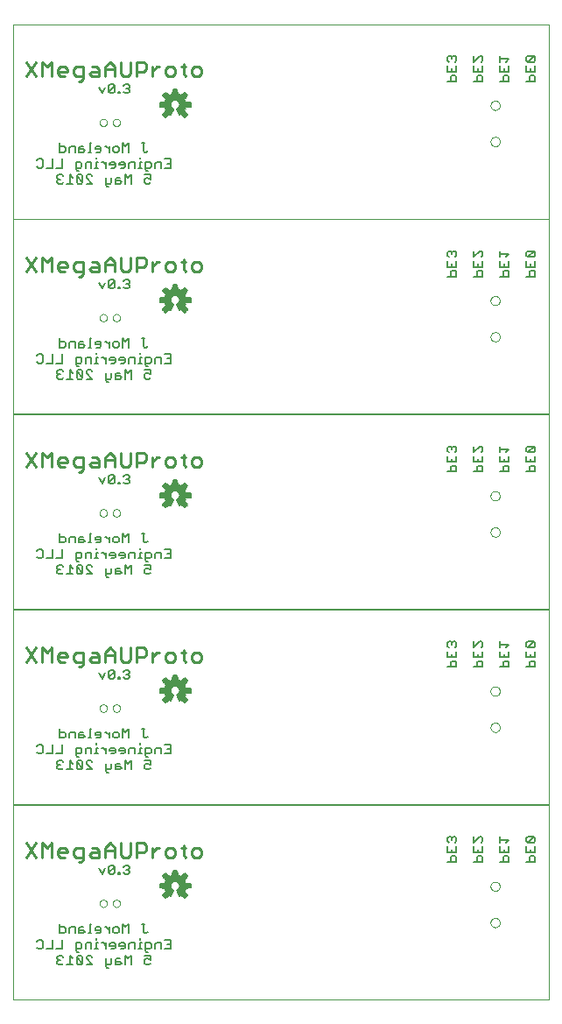
<source format=gbo>
G75*
G70*
%OFA0B0*%
%FSLAX25Y25*%
%IPPOS*%
%LPD*%
%AMOC8*
5,1,8,0,0,1.08239X$1,22.5*
%
%ADD15C,0.01000*%
%ADD19C,0.00600*%
%ADD31C,0.00000*%
%ADD47C,0.00590*%
X0010000Y0010000D02*
G75*
%LPD*%
D31*
X0010000Y0010000D02*
X0010000Y0084000D01*
X0214000Y0084000D01*
X0214000Y0010000D01*
X0010000Y0010000D01*
X0042800Y0046600D02*
X0042820Y0046830D01*
X0042880Y0047050D01*
X0042970Y0047270D01*
X0043100Y0047460D01*
X0043250Y0047630D01*
X0043430Y0047770D01*
X0043640Y0047880D01*
X0043860Y0047960D01*
X0044080Y0048000D01*
X0044320Y0048000D01*
X0044540Y0047960D01*
X0044760Y0047880D01*
X0044970Y0047770D01*
X0045150Y0047630D01*
X0045300Y0047460D01*
X0045430Y0047270D01*
X0045520Y0047050D01*
X0045580Y0046830D01*
X0045600Y0046600D01*
X0045580Y0046370D01*
X0045520Y0046150D01*
X0045430Y0045930D01*
X0045300Y0045740D01*
X0045150Y0045570D01*
X0044970Y0045430D01*
X0044760Y0045320D01*
X0044540Y0045240D01*
X0044320Y0045200D01*
X0044080Y0045200D01*
X0043860Y0045240D01*
X0043640Y0045320D01*
X0043430Y0045430D01*
X0043250Y0045570D01*
X0043100Y0045740D01*
X0042970Y0045930D01*
X0042880Y0046150D01*
X0042820Y0046370D01*
X0042800Y0046600D01*
X0047800Y0046600D02*
X0047820Y0046830D01*
X0047880Y0047050D01*
X0047970Y0047270D01*
X0048100Y0047460D01*
X0048250Y0047630D01*
X0048430Y0047770D01*
X0048640Y0047880D01*
X0048860Y0047960D01*
X0049080Y0048000D01*
X0049320Y0048000D01*
X0049540Y0047960D01*
X0049760Y0047880D01*
X0049970Y0047770D01*
X0050150Y0047630D01*
X0050300Y0047460D01*
X0050430Y0047270D01*
X0050520Y0047050D01*
X0050580Y0046830D01*
X0050600Y0046600D01*
X0050580Y0046370D01*
X0050520Y0046150D01*
X0050430Y0045930D01*
X0050300Y0045740D01*
X0050150Y0045570D01*
X0049970Y0045430D01*
X0049760Y0045320D01*
X0049540Y0045240D01*
X0049320Y0045200D01*
X0049080Y0045200D01*
X0048860Y0045240D01*
X0048640Y0045320D01*
X0048430Y0045430D01*
X0048250Y0045570D01*
X0048100Y0045740D01*
X0047970Y0045930D01*
X0047880Y0046150D01*
X0047820Y0046370D01*
X0047800Y0046600D01*
X0191690Y0053090D02*
X0191710Y0053350D01*
X0191770Y0053610D01*
X0191870Y0053860D01*
X0192000Y0054090D01*
X0192160Y0054290D01*
X0192360Y0054470D01*
X0192580Y0054620D01*
X0192810Y0054740D01*
X0193070Y0054820D01*
X0193330Y0054860D01*
X0193590Y0054860D01*
X0193850Y0054820D01*
X0194110Y0054740D01*
X0194350Y0054620D01*
X0194560Y0054470D01*
X0194760Y0054290D01*
X0194920Y0054090D01*
X0195050Y0053860D01*
X0195150Y0053610D01*
X0195210Y0053350D01*
X0195230Y0053090D01*
X0195210Y0052830D01*
X0195150Y0052570D01*
X0195050Y0052320D01*
X0194920Y0052090D01*
X0194760Y0051890D01*
X0194560Y0051710D01*
X0194340Y0051560D01*
X0194110Y0051440D01*
X0193850Y0051360D01*
X0193590Y0051320D01*
X0193330Y0051320D01*
X0193070Y0051360D01*
X0192810Y0051440D01*
X0192570Y0051560D01*
X0192360Y0051710D01*
X0192160Y0051890D01*
X0192000Y0052090D01*
X0191870Y0052320D01*
X0191770Y0052570D01*
X0191710Y0052830D01*
X0191690Y0053090D01*
X0191690Y0039310D02*
X0191710Y0039570D01*
X0191770Y0039830D01*
X0191870Y0040080D01*
X0192000Y0040310D01*
X0192160Y0040510D01*
X0192360Y0040690D01*
X0192580Y0040840D01*
X0192810Y0040960D01*
X0193070Y0041040D01*
X0193330Y0041080D01*
X0193590Y0041080D01*
X0193850Y0041040D01*
X0194110Y0040960D01*
X0194350Y0040840D01*
X0194560Y0040690D01*
X0194760Y0040510D01*
X0194920Y0040310D01*
X0195050Y0040080D01*
X0195150Y0039830D01*
X0195210Y0039570D01*
X0195230Y0039310D01*
X0195210Y0039050D01*
X0195150Y0038790D01*
X0195050Y0038540D01*
X0194920Y0038310D01*
X0194760Y0038110D01*
X0194560Y0037930D01*
X0194340Y0037780D01*
X0194110Y0037660D01*
X0193850Y0037580D01*
X0193590Y0037540D01*
X0193330Y0037540D01*
X0193070Y0037580D01*
X0192810Y0037660D01*
X0192570Y0037780D01*
X0192360Y0037930D01*
X0192160Y0038110D01*
X0192000Y0038310D01*
X0191870Y0038540D01*
X0191770Y0038790D01*
X0191710Y0039050D01*
X0191690Y0039310D01*
D15*
X0081500Y0065020D02*
X0080580Y0064100D01*
X0078750Y0064100D01*
X0077830Y0065020D01*
X0077830Y0066850D01*
X0078750Y0067770D01*
X0080580Y0067770D01*
X0081500Y0066850D01*
X0081500Y0065020D01*
X0075670Y0064100D02*
X0074760Y0065020D01*
X0074760Y0068690D01*
X0075670Y0067770D02*
X0073840Y0067770D01*
X0071520Y0066850D02*
X0070610Y0067770D01*
X0068770Y0067770D01*
X0067850Y0066850D01*
X0067850Y0065020D01*
X0068770Y0064100D01*
X0070610Y0064100D01*
X0071520Y0065020D01*
X0071520Y0066850D01*
X0065620Y0067770D02*
X0064700Y0067770D01*
X0062870Y0065930D01*
X0060550Y0066850D02*
X0059630Y0065930D01*
X0056880Y0065930D01*
X0054570Y0065020D02*
X0054570Y0069600D01*
X0056880Y0069600D02*
X0059630Y0069600D01*
X0060550Y0068690D01*
X0060550Y0066850D01*
X0062870Y0067770D02*
X0062870Y0064100D01*
X0056880Y0064100D02*
X0056880Y0069600D01*
X0050900Y0069600D02*
X0050900Y0065020D01*
X0051810Y0064100D01*
X0053650Y0064100D01*
X0054570Y0065020D01*
X0048580Y0064100D02*
X0048580Y0067770D01*
X0046750Y0069600D01*
X0044910Y0067770D01*
X0044910Y0064100D01*
X0042600Y0064100D02*
X0039840Y0064100D01*
X0038930Y0065020D01*
X0039840Y0065930D01*
X0042600Y0065930D01*
X0042600Y0066850D02*
X0042600Y0064100D01*
X0042600Y0066850D02*
X0041680Y0067770D01*
X0039840Y0067770D01*
X0036610Y0067770D02*
X0033860Y0067770D01*
X0032940Y0066850D01*
X0032940Y0065020D01*
X0033860Y0064100D01*
X0036610Y0064100D01*
X0036610Y0063180D02*
X0036610Y0067770D01*
X0030630Y0066850D02*
X0030630Y0065930D01*
X0026960Y0065930D01*
X0026960Y0065020D02*
X0026960Y0066850D01*
X0027870Y0067770D01*
X0029710Y0067770D01*
X0030630Y0066850D01*
X0027870Y0064100D02*
X0026960Y0065020D01*
X0027870Y0064100D02*
X0029710Y0064100D01*
X0024640Y0064100D02*
X0024640Y0069600D01*
X0022810Y0067770D01*
X0020970Y0069600D01*
X0020970Y0064100D01*
X0018660Y0064100D02*
X0014990Y0069600D01*
X0018660Y0069600D02*
X0014990Y0064100D01*
X0034780Y0062270D02*
X0035690Y0062270D01*
X0036610Y0063180D01*
X0044910Y0066850D02*
X0048580Y0066850D01*
D19*
X0048040Y0061100D02*
X0048610Y0060540D01*
X0046340Y0058270D01*
X0046900Y0057700D01*
X0048040Y0057700D01*
X0048610Y0058270D01*
X0048610Y0060540D01*
X0048040Y0061100D02*
X0046900Y0061100D01*
X0046340Y0060540D01*
X0046340Y0058270D01*
X0044920Y0059970D02*
X0043790Y0057700D01*
X0042650Y0059970D01*
X0050020Y0058270D02*
X0050020Y0057700D01*
X0050590Y0057700D01*
X0050590Y0058270D01*
X0050020Y0058270D01*
X0051860Y0058270D02*
X0052430Y0057700D01*
X0053560Y0057700D01*
X0054130Y0058270D01*
X0054130Y0058830D01*
X0053560Y0059400D01*
X0053000Y0059400D01*
X0053560Y0059400D02*
X0054130Y0059970D01*
X0054130Y0060540D01*
X0053560Y0061100D01*
X0052430Y0061100D01*
X0051860Y0060540D01*
X0051560Y0038700D02*
X0051560Y0035300D01*
X0050150Y0035870D02*
X0049580Y0035300D01*
X0048440Y0035300D01*
X0047880Y0035870D01*
X0047880Y0037000D01*
X0048440Y0037570D01*
X0049580Y0037570D01*
X0050150Y0037000D01*
X0050150Y0035870D01*
X0052690Y0037570D02*
X0051560Y0038700D01*
X0052690Y0037570D02*
X0053830Y0038700D01*
X0053830Y0035300D01*
X0058170Y0033270D02*
X0058170Y0032700D01*
X0058170Y0031570D02*
X0058170Y0029300D01*
X0057610Y0029300D02*
X0058740Y0029300D01*
X0060150Y0029300D02*
X0061860Y0029300D01*
X0062420Y0029870D01*
X0062420Y0031000D01*
X0061860Y0031570D01*
X0060150Y0031570D01*
X0060150Y0028730D01*
X0060720Y0028170D01*
X0061290Y0028170D01*
X0062120Y0026700D02*
X0059850Y0026700D01*
X0062120Y0026700D02*
X0062120Y0025000D01*
X0060980Y0025570D01*
X0060410Y0025570D01*
X0059850Y0025000D01*
X0059850Y0023870D01*
X0060410Y0023300D01*
X0061550Y0023300D01*
X0062120Y0023870D01*
X0054750Y0023300D02*
X0054750Y0026700D01*
X0053620Y0025570D01*
X0052480Y0026700D01*
X0052480Y0023300D01*
X0051070Y0023870D02*
X0050500Y0024430D01*
X0048800Y0024430D01*
X0048800Y0025000D02*
X0048800Y0023300D01*
X0050500Y0023300D01*
X0051070Y0023870D01*
X0050500Y0025570D02*
X0049360Y0025570D01*
X0048800Y0025000D01*
X0047380Y0025570D02*
X0047380Y0023870D01*
X0046820Y0023300D01*
X0045110Y0023300D01*
X0045110Y0022730D02*
X0045680Y0022170D01*
X0046250Y0022170D01*
X0045110Y0022730D02*
X0045110Y0025570D01*
X0040020Y0026140D02*
X0039450Y0026700D01*
X0038320Y0026700D01*
X0037750Y0026140D01*
X0037750Y0025570D01*
X0040020Y0023300D01*
X0037750Y0023300D01*
X0036330Y0023870D02*
X0035770Y0023300D01*
X0034630Y0023300D01*
X0034070Y0023870D01*
X0034070Y0026140D01*
X0036330Y0023870D01*
X0036330Y0026140D01*
X0035770Y0026700D01*
X0034630Y0026700D01*
X0034070Y0026140D01*
X0032650Y0025570D02*
X0031520Y0026700D01*
X0031520Y0023300D01*
X0032650Y0023300D02*
X0030380Y0023300D01*
X0028970Y0023870D02*
X0028400Y0023300D01*
X0027270Y0023300D01*
X0026700Y0023870D01*
X0026700Y0024430D01*
X0027270Y0025000D01*
X0027830Y0025000D01*
X0027270Y0025000D02*
X0026700Y0025570D01*
X0026700Y0026140D01*
X0027270Y0026700D01*
X0028400Y0026700D01*
X0028970Y0026140D01*
X0033760Y0028730D02*
X0034330Y0028170D01*
X0034890Y0028170D01*
X0033760Y0028730D02*
X0033760Y0031570D01*
X0035460Y0031570D01*
X0036030Y0031000D01*
X0036030Y0029870D01*
X0035460Y0029300D01*
X0033760Y0029300D01*
X0037440Y0029300D02*
X0037440Y0031000D01*
X0038010Y0031570D01*
X0039710Y0031570D01*
X0039710Y0029300D01*
X0041030Y0029300D02*
X0042170Y0029300D01*
X0041600Y0029300D02*
X0041600Y0031570D01*
X0042170Y0031570D01*
X0041600Y0032700D02*
X0041600Y0033270D01*
X0041690Y0035300D02*
X0042830Y0035300D01*
X0043390Y0035870D01*
X0043390Y0037000D01*
X0042830Y0037570D01*
X0041690Y0037570D01*
X0041120Y0037000D01*
X0041120Y0036430D01*
X0043390Y0036430D01*
X0044760Y0037570D02*
X0045330Y0037570D01*
X0046460Y0036430D01*
X0046460Y0035300D02*
X0046460Y0037570D01*
X0039710Y0038700D02*
X0039140Y0038700D01*
X0039140Y0035300D01*
X0038580Y0035300D02*
X0039710Y0035300D01*
X0037250Y0035870D02*
X0036690Y0036430D01*
X0034990Y0036430D01*
X0034990Y0037000D02*
X0034990Y0035300D01*
X0036690Y0035300D01*
X0037250Y0035870D01*
X0035550Y0037570D02*
X0034990Y0037000D01*
X0035550Y0037570D02*
X0036690Y0037570D01*
X0033570Y0037570D02*
X0031870Y0037570D01*
X0031300Y0037000D01*
X0031300Y0035300D01*
X0029890Y0035870D02*
X0029890Y0037000D01*
X0029320Y0037570D01*
X0027620Y0037570D01*
X0027620Y0038700D02*
X0027620Y0035300D01*
X0029320Y0035300D01*
X0029890Y0035870D01*
X0033570Y0035300D02*
X0033570Y0037570D01*
X0028660Y0032700D02*
X0028660Y0029300D01*
X0026390Y0029300D01*
X0024980Y0029300D02*
X0022710Y0029300D01*
X0021290Y0029870D02*
X0020730Y0029300D01*
X0019590Y0029300D01*
X0019030Y0029870D01*
X0021290Y0029870D02*
X0021290Y0032140D01*
X0020730Y0032700D01*
X0019590Y0032700D01*
X0019030Y0032140D01*
X0024980Y0032700D02*
X0024980Y0029300D01*
X0043530Y0031570D02*
X0044100Y0031570D01*
X0045230Y0030430D01*
X0045230Y0029300D02*
X0045230Y0031570D01*
X0046650Y0031000D02*
X0046650Y0030430D01*
X0048920Y0030430D01*
X0048920Y0029870D02*
X0048920Y0031000D01*
X0048350Y0031570D01*
X0047220Y0031570D01*
X0046650Y0031000D01*
X0048350Y0029300D02*
X0048920Y0029870D01*
X0048350Y0029300D02*
X0047220Y0029300D01*
X0050330Y0030430D02*
X0052600Y0030430D01*
X0052600Y0029870D02*
X0052600Y0031000D01*
X0052030Y0031570D01*
X0050900Y0031570D01*
X0050330Y0031000D01*
X0050330Y0030430D01*
X0050900Y0029300D02*
X0052030Y0029300D01*
X0052600Y0029870D01*
X0054020Y0029300D02*
X0054020Y0031000D01*
X0054580Y0031570D01*
X0056280Y0031570D01*
X0056280Y0029300D01*
X0058170Y0031570D02*
X0058740Y0031570D01*
X0063840Y0031000D02*
X0063840Y0029300D01*
X0066110Y0029300D02*
X0066110Y0031570D01*
X0064400Y0031570D01*
X0063840Y0031000D01*
X0067520Y0029300D02*
X0069790Y0029300D01*
X0069790Y0032700D01*
X0067520Y0032700D01*
X0068650Y0031000D02*
X0069790Y0031000D01*
X0061190Y0035870D02*
X0060630Y0035300D01*
X0060060Y0035300D01*
X0059490Y0035870D01*
X0059490Y0038700D01*
X0058930Y0038700D02*
X0060060Y0038700D01*
X0175300Y0062300D02*
X0178700Y0062300D01*
X0178700Y0064000D01*
X0178140Y0064570D01*
X0177000Y0064570D01*
X0176430Y0064000D01*
X0176430Y0062300D01*
X0177000Y0065980D02*
X0177000Y0067120D01*
X0175300Y0065980D02*
X0175300Y0068250D01*
X0178700Y0068250D02*
X0178700Y0065980D01*
X0175300Y0065980D01*
X0185300Y0065980D02*
X0185300Y0068250D01*
X0187000Y0067120D02*
X0187000Y0065980D01*
X0188700Y0065980D02*
X0185300Y0065980D01*
X0187000Y0064570D02*
X0186430Y0064000D01*
X0186430Y0062300D01*
X0185300Y0062300D02*
X0188700Y0062300D01*
X0188700Y0064000D01*
X0188140Y0064570D01*
X0187000Y0064570D01*
X0188700Y0065980D02*
X0188700Y0068250D01*
X0188140Y0069670D02*
X0188700Y0070230D01*
X0188700Y0071370D01*
X0188140Y0071930D01*
X0187570Y0071930D01*
X0185300Y0069670D01*
X0185300Y0071930D01*
X0178700Y0071370D02*
X0178700Y0070230D01*
X0178140Y0069670D01*
X0177000Y0070800D02*
X0177000Y0071370D01*
X0176430Y0071930D01*
X0175870Y0071930D01*
X0175300Y0071370D01*
X0175300Y0070230D01*
X0175870Y0069670D01*
X0177000Y0071370D02*
X0177570Y0071930D01*
X0178140Y0071930D01*
X0178700Y0071370D01*
X0195300Y0071930D02*
X0195300Y0069670D01*
X0195300Y0070800D02*
X0198700Y0070800D01*
X0197570Y0069670D01*
X0198700Y0068250D02*
X0198700Y0065980D01*
X0195300Y0065980D01*
X0195300Y0068250D01*
X0197000Y0067120D02*
X0197000Y0065980D01*
X0197000Y0064570D02*
X0196430Y0064000D01*
X0196430Y0062300D01*
X0195300Y0062300D02*
X0198700Y0062300D01*
X0198700Y0064000D01*
X0198140Y0064570D01*
X0197000Y0064570D01*
X0205300Y0065980D02*
X0205300Y0068250D01*
X0207000Y0067120D02*
X0207000Y0065980D01*
X0208700Y0065980D02*
X0205300Y0065980D01*
X0207000Y0064570D02*
X0206430Y0064000D01*
X0206430Y0062300D01*
X0205300Y0062300D02*
X0208700Y0062300D01*
X0208700Y0064000D01*
X0208140Y0064570D01*
X0207000Y0064570D01*
X0208700Y0065980D02*
X0208700Y0068250D01*
X0208140Y0069670D02*
X0205870Y0069670D01*
X0208140Y0071930D01*
X0205870Y0071930D01*
X0205300Y0071370D01*
X0205300Y0070230D01*
X0205870Y0069670D01*
X0208140Y0069670D02*
X0208700Y0070230D01*
X0208700Y0071370D01*
X0208140Y0071930D01*
D47*
X0077460Y0054020D02*
X0077460Y0052580D01*
X0075560Y0052390D01*
X0075350Y0051750D01*
X0075040Y0051150D01*
X0076250Y0049660D01*
X0075240Y0048650D01*
X0073750Y0049860D01*
X0073150Y0049550D01*
X0072310Y0051590D01*
X0072680Y0051810D01*
X0073000Y0052100D01*
X0073240Y0052460D01*
X0073390Y0052870D01*
X0073450Y0053300D01*
X0073390Y0053740D01*
X0073240Y0054150D01*
X0072990Y0054520D01*
X0072660Y0054810D01*
X0072270Y0055020D01*
X0071840Y0055130D01*
X0071400Y0055130D01*
X0070970Y0055030D01*
X0070580Y0054830D01*
X0070240Y0054550D01*
X0069980Y0054190D01*
X0069820Y0053780D01*
X0069760Y0053340D01*
X0069800Y0052900D01*
X0069950Y0052480D01*
X0070190Y0052110D01*
X0070510Y0051810D01*
X0070890Y0051590D01*
X0070050Y0049550D01*
X0069450Y0049860D01*
X0067960Y0048650D01*
X0066950Y0049660D01*
X0068160Y0051150D01*
X0067850Y0051750D01*
X0067640Y0052390D01*
X0065740Y0052580D01*
X0065740Y0054020D01*
X0067640Y0054210D01*
X0067850Y0054850D01*
X0068160Y0055450D01*
X0066950Y0056940D01*
X0067960Y0057950D01*
X0069450Y0056740D01*
X0070050Y0057050D01*
X0070690Y0057260D01*
X0070880Y0059160D01*
X0072320Y0059160D01*
X0072510Y0057260D01*
X0073150Y0057050D01*
X0073750Y0056740D01*
X0075240Y0057950D01*
X0076250Y0056940D01*
X0075040Y0055450D01*
X0075350Y0054850D01*
X0075560Y0054210D01*
X0077460Y0054020D01*
X0077460Y0053620D02*
X0073410Y0053620D01*
X0073420Y0053040D02*
X0077460Y0053040D01*
X0076360Y0052470D02*
X0073250Y0052470D01*
X0072780Y0051890D02*
X0075400Y0051890D01*
X0075130Y0051320D02*
X0072420Y0051320D01*
X0072660Y0050740D02*
X0075370Y0050740D01*
X0075840Y0050170D02*
X0072900Y0050170D01*
X0073140Y0049590D02*
X0073240Y0049590D01*
X0074080Y0049590D02*
X0076180Y0049590D01*
X0075600Y0049020D02*
X0074780Y0049020D01*
X0070540Y0050740D02*
X0067830Y0050740D01*
X0068070Y0051320D02*
X0070780Y0051320D01*
X0070420Y0051890D02*
X0067800Y0051890D01*
X0066840Y0052470D02*
X0069950Y0052470D01*
X0069780Y0053040D02*
X0065740Y0053040D01*
X0065740Y0053620D02*
X0069800Y0053620D01*
X0069990Y0054200D02*
X0067470Y0054200D01*
X0067820Y0054770D02*
X0070500Y0054770D01*
X0072700Y0054770D02*
X0075380Y0054770D01*
X0075100Y0055350D02*
X0068100Y0055350D01*
X0067770Y0055920D02*
X0075430Y0055920D01*
X0075900Y0056500D02*
X0067300Y0056500D01*
X0067080Y0057070D02*
X0069040Y0057070D01*
X0068340Y0057650D02*
X0067660Y0057650D01*
X0070110Y0057070D02*
X0073090Y0057070D01*
X0072470Y0057650D02*
X0070730Y0057650D01*
X0070790Y0058220D02*
X0072410Y0058220D01*
X0072360Y0058800D02*
X0070840Y0058800D01*
X0074160Y0057070D02*
X0076120Y0057070D01*
X0075540Y0057650D02*
X0074860Y0057650D01*
X0075730Y0054200D02*
X0073210Y0054200D01*
X0070300Y0050170D02*
X0067360Y0050170D01*
X0067020Y0049590D02*
X0069120Y0049590D01*
X0069960Y0049590D02*
X0070060Y0049590D01*
X0068420Y0049020D02*
X0067600Y0049020D01*
X0010000Y0084300D02*
G75*
%LPD*%
D31*
X0010000Y0084300D02*
X0010000Y0158300D01*
X0214000Y0158300D01*
X0214000Y0084300D01*
X0010000Y0084300D01*
X0042800Y0120900D02*
X0042820Y0121130D01*
X0042880Y0121350D01*
X0042970Y0121570D01*
X0043100Y0121760D01*
X0043250Y0121930D01*
X0043430Y0122070D01*
X0043640Y0122180D01*
X0043860Y0122260D01*
X0044080Y0122300D01*
X0044320Y0122300D01*
X0044540Y0122260D01*
X0044760Y0122180D01*
X0044970Y0122070D01*
X0045150Y0121930D01*
X0045300Y0121760D01*
X0045430Y0121570D01*
X0045520Y0121350D01*
X0045580Y0121130D01*
X0045600Y0120900D01*
X0045580Y0120670D01*
X0045520Y0120450D01*
X0045430Y0120230D01*
X0045300Y0120040D01*
X0045150Y0119870D01*
X0044970Y0119730D01*
X0044760Y0119620D01*
X0044540Y0119540D01*
X0044320Y0119500D01*
X0044080Y0119500D01*
X0043860Y0119540D01*
X0043640Y0119620D01*
X0043430Y0119730D01*
X0043250Y0119870D01*
X0043100Y0120040D01*
X0042970Y0120230D01*
X0042880Y0120450D01*
X0042820Y0120670D01*
X0042800Y0120900D01*
X0047800Y0120900D02*
X0047820Y0121130D01*
X0047880Y0121350D01*
X0047970Y0121570D01*
X0048100Y0121760D01*
X0048250Y0121930D01*
X0048430Y0122070D01*
X0048640Y0122180D01*
X0048860Y0122260D01*
X0049080Y0122300D01*
X0049320Y0122300D01*
X0049540Y0122260D01*
X0049760Y0122180D01*
X0049970Y0122070D01*
X0050150Y0121930D01*
X0050300Y0121760D01*
X0050430Y0121570D01*
X0050520Y0121350D01*
X0050580Y0121130D01*
X0050600Y0120900D01*
X0050580Y0120670D01*
X0050520Y0120450D01*
X0050430Y0120230D01*
X0050300Y0120040D01*
X0050150Y0119870D01*
X0049970Y0119730D01*
X0049760Y0119620D01*
X0049540Y0119540D01*
X0049320Y0119500D01*
X0049080Y0119500D01*
X0048860Y0119540D01*
X0048640Y0119620D01*
X0048430Y0119730D01*
X0048250Y0119870D01*
X0048100Y0120040D01*
X0047970Y0120230D01*
X0047880Y0120450D01*
X0047820Y0120670D01*
X0047800Y0120900D01*
X0191690Y0127390D02*
X0191710Y0127650D01*
X0191770Y0127910D01*
X0191870Y0128160D01*
X0192000Y0128390D01*
X0192160Y0128590D01*
X0192360Y0128770D01*
X0192580Y0128920D01*
X0192810Y0129040D01*
X0193070Y0129120D01*
X0193330Y0129160D01*
X0193590Y0129160D01*
X0193850Y0129120D01*
X0194110Y0129040D01*
X0194350Y0128920D01*
X0194560Y0128770D01*
X0194760Y0128590D01*
X0194920Y0128390D01*
X0195050Y0128160D01*
X0195150Y0127910D01*
X0195210Y0127650D01*
X0195230Y0127390D01*
X0195210Y0127130D01*
X0195150Y0126870D01*
X0195050Y0126620D01*
X0194920Y0126390D01*
X0194760Y0126190D01*
X0194560Y0126010D01*
X0194340Y0125860D01*
X0194110Y0125740D01*
X0193850Y0125660D01*
X0193590Y0125620D01*
X0193330Y0125620D01*
X0193070Y0125660D01*
X0192810Y0125740D01*
X0192570Y0125860D01*
X0192360Y0126010D01*
X0192160Y0126190D01*
X0192000Y0126390D01*
X0191870Y0126620D01*
X0191770Y0126870D01*
X0191710Y0127130D01*
X0191690Y0127390D01*
X0191690Y0113610D02*
X0191710Y0113870D01*
X0191770Y0114130D01*
X0191870Y0114380D01*
X0192000Y0114610D01*
X0192160Y0114810D01*
X0192360Y0114990D01*
X0192580Y0115140D01*
X0192810Y0115260D01*
X0193070Y0115340D01*
X0193330Y0115380D01*
X0193590Y0115380D01*
X0193850Y0115340D01*
X0194110Y0115260D01*
X0194350Y0115140D01*
X0194560Y0114990D01*
X0194760Y0114810D01*
X0194920Y0114610D01*
X0195050Y0114380D01*
X0195150Y0114130D01*
X0195210Y0113870D01*
X0195230Y0113610D01*
X0195210Y0113350D01*
X0195150Y0113090D01*
X0195050Y0112840D01*
X0194920Y0112610D01*
X0194760Y0112410D01*
X0194560Y0112230D01*
X0194340Y0112080D01*
X0194110Y0111960D01*
X0193850Y0111880D01*
X0193590Y0111840D01*
X0193330Y0111840D01*
X0193070Y0111880D01*
X0192810Y0111960D01*
X0192570Y0112080D01*
X0192360Y0112230D01*
X0192160Y0112410D01*
X0192000Y0112610D01*
X0191870Y0112840D01*
X0191770Y0113090D01*
X0191710Y0113350D01*
X0191690Y0113610D01*
D15*
X0081500Y0139320D02*
X0080580Y0138400D01*
X0078750Y0138400D01*
X0077830Y0139320D01*
X0077830Y0141150D01*
X0078750Y0142070D01*
X0080580Y0142070D01*
X0081500Y0141150D01*
X0081500Y0139320D01*
X0075670Y0138400D02*
X0074760Y0139320D01*
X0074760Y0142990D01*
X0075670Y0142070D02*
X0073840Y0142070D01*
X0071520Y0141150D02*
X0070610Y0142070D01*
X0068770Y0142070D01*
X0067850Y0141150D01*
X0067850Y0139320D01*
X0068770Y0138400D01*
X0070610Y0138400D01*
X0071520Y0139320D01*
X0071520Y0141150D01*
X0065620Y0142070D02*
X0064700Y0142070D01*
X0062870Y0140230D01*
X0060550Y0141150D02*
X0059630Y0140230D01*
X0056880Y0140230D01*
X0054570Y0139320D02*
X0054570Y0143900D01*
X0056880Y0143900D02*
X0059630Y0143900D01*
X0060550Y0142990D01*
X0060550Y0141150D01*
X0062870Y0142070D02*
X0062870Y0138400D01*
X0056880Y0138400D02*
X0056880Y0143900D01*
X0050900Y0143900D02*
X0050900Y0139320D01*
X0051810Y0138400D01*
X0053650Y0138400D01*
X0054570Y0139320D01*
X0048580Y0138400D02*
X0048580Y0142070D01*
X0046750Y0143900D01*
X0044910Y0142070D01*
X0044910Y0138400D01*
X0042600Y0138400D02*
X0039840Y0138400D01*
X0038930Y0139320D01*
X0039840Y0140230D01*
X0042600Y0140230D01*
X0042600Y0141150D02*
X0042600Y0138400D01*
X0042600Y0141150D02*
X0041680Y0142070D01*
X0039840Y0142070D01*
X0036610Y0142070D02*
X0033860Y0142070D01*
X0032940Y0141150D01*
X0032940Y0139320D01*
X0033860Y0138400D01*
X0036610Y0138400D01*
X0036610Y0137480D02*
X0036610Y0142070D01*
X0030630Y0141150D02*
X0030630Y0140230D01*
X0026960Y0140230D01*
X0026960Y0139320D02*
X0026960Y0141150D01*
X0027870Y0142070D01*
X0029710Y0142070D01*
X0030630Y0141150D01*
X0027870Y0138400D02*
X0026960Y0139320D01*
X0027870Y0138400D02*
X0029710Y0138400D01*
X0024640Y0138400D02*
X0024640Y0143900D01*
X0022810Y0142070D01*
X0020970Y0143900D01*
X0020970Y0138400D01*
X0018660Y0138400D02*
X0014990Y0143900D01*
X0018660Y0143900D02*
X0014990Y0138400D01*
X0034780Y0136570D02*
X0035690Y0136570D01*
X0036610Y0137480D01*
X0044910Y0141150D02*
X0048580Y0141150D01*
D19*
X0048040Y0135400D02*
X0048610Y0134840D01*
X0046340Y0132570D01*
X0046900Y0132000D01*
X0048040Y0132000D01*
X0048610Y0132570D01*
X0048610Y0134840D01*
X0048040Y0135400D02*
X0046900Y0135400D01*
X0046340Y0134840D01*
X0046340Y0132570D01*
X0044920Y0134270D02*
X0043790Y0132000D01*
X0042650Y0134270D01*
X0050020Y0132570D02*
X0050020Y0132000D01*
X0050590Y0132000D01*
X0050590Y0132570D01*
X0050020Y0132570D01*
X0051860Y0132570D02*
X0052430Y0132000D01*
X0053560Y0132000D01*
X0054130Y0132570D01*
X0054130Y0133130D01*
X0053560Y0133700D01*
X0053000Y0133700D01*
X0053560Y0133700D02*
X0054130Y0134270D01*
X0054130Y0134840D01*
X0053560Y0135400D01*
X0052430Y0135400D01*
X0051860Y0134840D01*
X0051560Y0113000D02*
X0051560Y0109600D01*
X0050150Y0110170D02*
X0049580Y0109600D01*
X0048440Y0109600D01*
X0047880Y0110170D01*
X0047880Y0111300D01*
X0048440Y0111870D01*
X0049580Y0111870D01*
X0050150Y0111300D01*
X0050150Y0110170D01*
X0052690Y0111870D02*
X0051560Y0113000D01*
X0052690Y0111870D02*
X0053830Y0113000D01*
X0053830Y0109600D01*
X0058170Y0107570D02*
X0058170Y0107000D01*
X0058170Y0105870D02*
X0058170Y0103600D01*
X0057610Y0103600D02*
X0058740Y0103600D01*
X0060150Y0103600D02*
X0061860Y0103600D01*
X0062420Y0104170D01*
X0062420Y0105300D01*
X0061860Y0105870D01*
X0060150Y0105870D01*
X0060150Y0103030D01*
X0060720Y0102470D01*
X0061290Y0102470D01*
X0062120Y0101000D02*
X0059850Y0101000D01*
X0062120Y0101000D02*
X0062120Y0099300D01*
X0060980Y0099870D01*
X0060410Y0099870D01*
X0059850Y0099300D01*
X0059850Y0098170D01*
X0060410Y0097600D01*
X0061550Y0097600D01*
X0062120Y0098170D01*
X0054750Y0097600D02*
X0054750Y0101000D01*
X0053620Y0099870D01*
X0052480Y0101000D01*
X0052480Y0097600D01*
X0051070Y0098170D02*
X0050500Y0098730D01*
X0048800Y0098730D01*
X0048800Y0099300D02*
X0048800Y0097600D01*
X0050500Y0097600D01*
X0051070Y0098170D01*
X0050500Y0099870D02*
X0049360Y0099870D01*
X0048800Y0099300D01*
X0047380Y0099870D02*
X0047380Y0098170D01*
X0046820Y0097600D01*
X0045110Y0097600D01*
X0045110Y0097030D02*
X0045680Y0096470D01*
X0046250Y0096470D01*
X0045110Y0097030D02*
X0045110Y0099870D01*
X0040020Y0100440D02*
X0039450Y0101000D01*
X0038320Y0101000D01*
X0037750Y0100440D01*
X0037750Y0099870D01*
X0040020Y0097600D01*
X0037750Y0097600D01*
X0036330Y0098170D02*
X0035770Y0097600D01*
X0034630Y0097600D01*
X0034070Y0098170D01*
X0034070Y0100440D01*
X0036330Y0098170D01*
X0036330Y0100440D01*
X0035770Y0101000D01*
X0034630Y0101000D01*
X0034070Y0100440D01*
X0032650Y0099870D02*
X0031520Y0101000D01*
X0031520Y0097600D01*
X0032650Y0097600D02*
X0030380Y0097600D01*
X0028970Y0098170D02*
X0028400Y0097600D01*
X0027270Y0097600D01*
X0026700Y0098170D01*
X0026700Y0098730D01*
X0027270Y0099300D01*
X0027830Y0099300D01*
X0027270Y0099300D02*
X0026700Y0099870D01*
X0026700Y0100440D01*
X0027270Y0101000D01*
X0028400Y0101000D01*
X0028970Y0100440D01*
X0033760Y0103030D02*
X0034330Y0102470D01*
X0034890Y0102470D01*
X0033760Y0103030D02*
X0033760Y0105870D01*
X0035460Y0105870D01*
X0036030Y0105300D01*
X0036030Y0104170D01*
X0035460Y0103600D01*
X0033760Y0103600D01*
X0037440Y0103600D02*
X0037440Y0105300D01*
X0038010Y0105870D01*
X0039710Y0105870D01*
X0039710Y0103600D01*
X0041030Y0103600D02*
X0042170Y0103600D01*
X0041600Y0103600D02*
X0041600Y0105870D01*
X0042170Y0105870D01*
X0041600Y0107000D02*
X0041600Y0107570D01*
X0041690Y0109600D02*
X0042830Y0109600D01*
X0043390Y0110170D01*
X0043390Y0111300D01*
X0042830Y0111870D01*
X0041690Y0111870D01*
X0041120Y0111300D01*
X0041120Y0110730D01*
X0043390Y0110730D01*
X0044760Y0111870D02*
X0045330Y0111870D01*
X0046460Y0110730D01*
X0046460Y0109600D02*
X0046460Y0111870D01*
X0039710Y0113000D02*
X0039140Y0113000D01*
X0039140Y0109600D01*
X0038580Y0109600D02*
X0039710Y0109600D01*
X0037250Y0110170D02*
X0036690Y0110730D01*
X0034990Y0110730D01*
X0034990Y0111300D02*
X0034990Y0109600D01*
X0036690Y0109600D01*
X0037250Y0110170D01*
X0035550Y0111870D02*
X0034990Y0111300D01*
X0035550Y0111870D02*
X0036690Y0111870D01*
X0033570Y0111870D02*
X0031870Y0111870D01*
X0031300Y0111300D01*
X0031300Y0109600D01*
X0029890Y0110170D02*
X0029890Y0111300D01*
X0029320Y0111870D01*
X0027620Y0111870D01*
X0027620Y0113000D02*
X0027620Y0109600D01*
X0029320Y0109600D01*
X0029890Y0110170D01*
X0033570Y0109600D02*
X0033570Y0111870D01*
X0028660Y0107000D02*
X0028660Y0103600D01*
X0026390Y0103600D01*
X0024980Y0103600D02*
X0022710Y0103600D01*
X0021290Y0104170D02*
X0020730Y0103600D01*
X0019590Y0103600D01*
X0019030Y0104170D01*
X0021290Y0104170D02*
X0021290Y0106440D01*
X0020730Y0107000D01*
X0019590Y0107000D01*
X0019030Y0106440D01*
X0024980Y0107000D02*
X0024980Y0103600D01*
X0043530Y0105870D02*
X0044100Y0105870D01*
X0045230Y0104730D01*
X0045230Y0103600D02*
X0045230Y0105870D01*
X0046650Y0105300D02*
X0046650Y0104730D01*
X0048920Y0104730D01*
X0048920Y0104170D02*
X0048920Y0105300D01*
X0048350Y0105870D01*
X0047220Y0105870D01*
X0046650Y0105300D01*
X0048350Y0103600D02*
X0048920Y0104170D01*
X0048350Y0103600D02*
X0047220Y0103600D01*
X0050330Y0104730D02*
X0052600Y0104730D01*
X0052600Y0104170D02*
X0052600Y0105300D01*
X0052030Y0105870D01*
X0050900Y0105870D01*
X0050330Y0105300D01*
X0050330Y0104730D01*
X0050900Y0103600D02*
X0052030Y0103600D01*
X0052600Y0104170D01*
X0054020Y0103600D02*
X0054020Y0105300D01*
X0054580Y0105870D01*
X0056280Y0105870D01*
X0056280Y0103600D01*
X0058170Y0105870D02*
X0058740Y0105870D01*
X0063840Y0105300D02*
X0063840Y0103600D01*
X0066110Y0103600D02*
X0066110Y0105870D01*
X0064400Y0105870D01*
X0063840Y0105300D01*
X0067520Y0103600D02*
X0069790Y0103600D01*
X0069790Y0107000D01*
X0067520Y0107000D01*
X0068650Y0105300D02*
X0069790Y0105300D01*
X0061190Y0110170D02*
X0060630Y0109600D01*
X0060060Y0109600D01*
X0059490Y0110170D01*
X0059490Y0113000D01*
X0058930Y0113000D02*
X0060060Y0113000D01*
X0175300Y0136600D02*
X0178700Y0136600D01*
X0178700Y0138300D01*
X0178140Y0138870D01*
X0177000Y0138870D01*
X0176430Y0138300D01*
X0176430Y0136600D01*
X0177000Y0140280D02*
X0177000Y0141420D01*
X0175300Y0140280D02*
X0175300Y0142550D01*
X0178700Y0142550D02*
X0178700Y0140280D01*
X0175300Y0140280D01*
X0185300Y0140280D02*
X0185300Y0142550D01*
X0187000Y0141420D02*
X0187000Y0140280D01*
X0188700Y0140280D02*
X0185300Y0140280D01*
X0187000Y0138870D02*
X0186430Y0138300D01*
X0186430Y0136600D01*
X0185300Y0136600D02*
X0188700Y0136600D01*
X0188700Y0138300D01*
X0188140Y0138870D01*
X0187000Y0138870D01*
X0188700Y0140280D02*
X0188700Y0142550D01*
X0188140Y0143970D02*
X0188700Y0144530D01*
X0188700Y0145670D01*
X0188140Y0146230D01*
X0187570Y0146230D01*
X0185300Y0143970D01*
X0185300Y0146230D01*
X0178700Y0145670D02*
X0178700Y0144530D01*
X0178140Y0143970D01*
X0177000Y0145100D02*
X0177000Y0145670D01*
X0176430Y0146230D01*
X0175870Y0146230D01*
X0175300Y0145670D01*
X0175300Y0144530D01*
X0175870Y0143970D01*
X0177000Y0145670D02*
X0177570Y0146230D01*
X0178140Y0146230D01*
X0178700Y0145670D01*
X0195300Y0146230D02*
X0195300Y0143970D01*
X0195300Y0145100D02*
X0198700Y0145100D01*
X0197570Y0143970D01*
X0198700Y0142550D02*
X0198700Y0140280D01*
X0195300Y0140280D01*
X0195300Y0142550D01*
X0197000Y0141420D02*
X0197000Y0140280D01*
X0197000Y0138870D02*
X0196430Y0138300D01*
X0196430Y0136600D01*
X0195300Y0136600D02*
X0198700Y0136600D01*
X0198700Y0138300D01*
X0198140Y0138870D01*
X0197000Y0138870D01*
X0205300Y0140280D02*
X0205300Y0142550D01*
X0207000Y0141420D02*
X0207000Y0140280D01*
X0208700Y0140280D02*
X0205300Y0140280D01*
X0207000Y0138870D02*
X0206430Y0138300D01*
X0206430Y0136600D01*
X0205300Y0136600D02*
X0208700Y0136600D01*
X0208700Y0138300D01*
X0208140Y0138870D01*
X0207000Y0138870D01*
X0208700Y0140280D02*
X0208700Y0142550D01*
X0208140Y0143970D02*
X0205870Y0143970D01*
X0208140Y0146230D01*
X0205870Y0146230D01*
X0205300Y0145670D01*
X0205300Y0144530D01*
X0205870Y0143970D01*
X0208140Y0143970D02*
X0208700Y0144530D01*
X0208700Y0145670D01*
X0208140Y0146230D01*
D47*
X0077460Y0128320D02*
X0077460Y0126880D01*
X0075560Y0126690D01*
X0075350Y0126050D01*
X0075040Y0125450D01*
X0076250Y0123960D01*
X0075240Y0122950D01*
X0073750Y0124160D01*
X0073150Y0123850D01*
X0072310Y0125890D01*
X0072680Y0126110D01*
X0073000Y0126400D01*
X0073240Y0126760D01*
X0073390Y0127170D01*
X0073450Y0127600D01*
X0073390Y0128040D01*
X0073240Y0128450D01*
X0072990Y0128820D01*
X0072660Y0129110D01*
X0072270Y0129320D01*
X0071840Y0129430D01*
X0071400Y0129430D01*
X0070970Y0129330D01*
X0070580Y0129130D01*
X0070240Y0128850D01*
X0069980Y0128490D01*
X0069820Y0128080D01*
X0069760Y0127640D01*
X0069800Y0127200D01*
X0069950Y0126780D01*
X0070190Y0126410D01*
X0070510Y0126110D01*
X0070890Y0125890D01*
X0070050Y0123850D01*
X0069450Y0124160D01*
X0067960Y0122950D01*
X0066950Y0123960D01*
X0068160Y0125450D01*
X0067850Y0126050D01*
X0067640Y0126690D01*
X0065740Y0126880D01*
X0065740Y0128320D01*
X0067640Y0128510D01*
X0067850Y0129150D01*
X0068160Y0129750D01*
X0066950Y0131240D01*
X0067960Y0132250D01*
X0069450Y0131040D01*
X0070050Y0131350D01*
X0070690Y0131560D01*
X0070880Y0133460D01*
X0072320Y0133460D01*
X0072510Y0131560D01*
X0073150Y0131350D01*
X0073750Y0131040D01*
X0075240Y0132250D01*
X0076250Y0131240D01*
X0075040Y0129750D01*
X0075350Y0129150D01*
X0075560Y0128510D01*
X0077460Y0128320D01*
X0077460Y0127920D02*
X0073410Y0127920D01*
X0073420Y0127340D02*
X0077460Y0127340D01*
X0076360Y0126770D02*
X0073250Y0126770D01*
X0072780Y0126190D02*
X0075400Y0126190D01*
X0075130Y0125620D02*
X0072420Y0125620D01*
X0072660Y0125040D02*
X0075370Y0125040D01*
X0075840Y0124470D02*
X0072900Y0124470D01*
X0073140Y0123890D02*
X0073240Y0123890D01*
X0074080Y0123890D02*
X0076180Y0123890D01*
X0075600Y0123320D02*
X0074780Y0123320D01*
X0070540Y0125040D02*
X0067830Y0125040D01*
X0068070Y0125620D02*
X0070780Y0125620D01*
X0070420Y0126190D02*
X0067800Y0126190D01*
X0066840Y0126770D02*
X0069950Y0126770D01*
X0069780Y0127340D02*
X0065740Y0127340D01*
X0065740Y0127920D02*
X0069800Y0127920D01*
X0069990Y0128500D02*
X0067470Y0128500D01*
X0067820Y0129070D02*
X0070500Y0129070D01*
X0072700Y0129070D02*
X0075380Y0129070D01*
X0075100Y0129650D02*
X0068100Y0129650D01*
X0067770Y0130220D02*
X0075430Y0130220D01*
X0075900Y0130800D02*
X0067300Y0130800D01*
X0067080Y0131370D02*
X0069040Y0131370D01*
X0068340Y0131950D02*
X0067660Y0131950D01*
X0070110Y0131370D02*
X0073090Y0131370D01*
X0072470Y0131950D02*
X0070730Y0131950D01*
X0070790Y0132520D02*
X0072410Y0132520D01*
X0072360Y0133100D02*
X0070840Y0133100D01*
X0074160Y0131370D02*
X0076120Y0131370D01*
X0075540Y0131950D02*
X0074860Y0131950D01*
X0075730Y0128500D02*
X0073210Y0128500D01*
X0070300Y0124470D02*
X0067360Y0124470D01*
X0067020Y0123890D02*
X0069120Y0123890D01*
X0069960Y0123890D02*
X0070060Y0123890D01*
X0068420Y0123320D02*
X0067600Y0123320D01*
X0010000Y0158600D02*
G75*
%LPD*%
D31*
X0010000Y0158600D02*
X0010000Y0232600D01*
X0214000Y0232600D01*
X0214000Y0158600D01*
X0010000Y0158600D01*
X0042800Y0195200D02*
X0042820Y0195430D01*
X0042880Y0195650D01*
X0042970Y0195870D01*
X0043100Y0196060D01*
X0043250Y0196230D01*
X0043430Y0196370D01*
X0043640Y0196480D01*
X0043860Y0196560D01*
X0044080Y0196600D01*
X0044320Y0196600D01*
X0044540Y0196560D01*
X0044760Y0196480D01*
X0044970Y0196370D01*
X0045150Y0196230D01*
X0045300Y0196060D01*
X0045430Y0195870D01*
X0045520Y0195650D01*
X0045580Y0195430D01*
X0045600Y0195200D01*
X0045580Y0194970D01*
X0045520Y0194750D01*
X0045430Y0194530D01*
X0045300Y0194340D01*
X0045150Y0194170D01*
X0044970Y0194030D01*
X0044760Y0193920D01*
X0044540Y0193840D01*
X0044320Y0193800D01*
X0044080Y0193800D01*
X0043860Y0193840D01*
X0043640Y0193920D01*
X0043430Y0194030D01*
X0043250Y0194170D01*
X0043100Y0194340D01*
X0042970Y0194530D01*
X0042880Y0194750D01*
X0042820Y0194970D01*
X0042800Y0195200D01*
X0047800Y0195200D02*
X0047820Y0195430D01*
X0047880Y0195650D01*
X0047970Y0195870D01*
X0048100Y0196060D01*
X0048250Y0196230D01*
X0048430Y0196370D01*
X0048640Y0196480D01*
X0048860Y0196560D01*
X0049080Y0196600D01*
X0049320Y0196600D01*
X0049540Y0196560D01*
X0049760Y0196480D01*
X0049970Y0196370D01*
X0050150Y0196230D01*
X0050300Y0196060D01*
X0050430Y0195870D01*
X0050520Y0195650D01*
X0050580Y0195430D01*
X0050600Y0195200D01*
X0050580Y0194970D01*
X0050520Y0194750D01*
X0050430Y0194530D01*
X0050300Y0194340D01*
X0050150Y0194170D01*
X0049970Y0194030D01*
X0049760Y0193920D01*
X0049540Y0193840D01*
X0049320Y0193800D01*
X0049080Y0193800D01*
X0048860Y0193840D01*
X0048640Y0193920D01*
X0048430Y0194030D01*
X0048250Y0194170D01*
X0048100Y0194340D01*
X0047970Y0194530D01*
X0047880Y0194750D01*
X0047820Y0194970D01*
X0047800Y0195200D01*
X0191690Y0201690D02*
X0191710Y0201950D01*
X0191770Y0202210D01*
X0191870Y0202460D01*
X0192000Y0202690D01*
X0192160Y0202890D01*
X0192360Y0203070D01*
X0192580Y0203220D01*
X0192810Y0203340D01*
X0193070Y0203420D01*
X0193330Y0203460D01*
X0193590Y0203460D01*
X0193850Y0203420D01*
X0194110Y0203340D01*
X0194350Y0203220D01*
X0194560Y0203070D01*
X0194760Y0202890D01*
X0194920Y0202690D01*
X0195050Y0202460D01*
X0195150Y0202210D01*
X0195210Y0201950D01*
X0195230Y0201690D01*
X0195210Y0201430D01*
X0195150Y0201170D01*
X0195050Y0200920D01*
X0194920Y0200690D01*
X0194760Y0200490D01*
X0194560Y0200310D01*
X0194340Y0200160D01*
X0194110Y0200040D01*
X0193850Y0199960D01*
X0193590Y0199920D01*
X0193330Y0199920D01*
X0193070Y0199960D01*
X0192810Y0200040D01*
X0192570Y0200160D01*
X0192360Y0200310D01*
X0192160Y0200490D01*
X0192000Y0200690D01*
X0191870Y0200920D01*
X0191770Y0201170D01*
X0191710Y0201430D01*
X0191690Y0201690D01*
X0191690Y0187910D02*
X0191710Y0188170D01*
X0191770Y0188430D01*
X0191870Y0188680D01*
X0192000Y0188910D01*
X0192160Y0189110D01*
X0192360Y0189290D01*
X0192580Y0189440D01*
X0192810Y0189560D01*
X0193070Y0189640D01*
X0193330Y0189680D01*
X0193590Y0189680D01*
X0193850Y0189640D01*
X0194110Y0189560D01*
X0194350Y0189440D01*
X0194560Y0189290D01*
X0194760Y0189110D01*
X0194920Y0188910D01*
X0195050Y0188680D01*
X0195150Y0188430D01*
X0195210Y0188170D01*
X0195230Y0187910D01*
X0195210Y0187650D01*
X0195150Y0187390D01*
X0195050Y0187140D01*
X0194920Y0186910D01*
X0194760Y0186710D01*
X0194560Y0186530D01*
X0194340Y0186380D01*
X0194110Y0186260D01*
X0193850Y0186180D01*
X0193590Y0186140D01*
X0193330Y0186140D01*
X0193070Y0186180D01*
X0192810Y0186260D01*
X0192570Y0186380D01*
X0192360Y0186530D01*
X0192160Y0186710D01*
X0192000Y0186910D01*
X0191870Y0187140D01*
X0191770Y0187390D01*
X0191710Y0187650D01*
X0191690Y0187910D01*
D15*
X0081500Y0213620D02*
X0080580Y0212700D01*
X0078750Y0212700D01*
X0077830Y0213620D01*
X0077830Y0215450D01*
X0078750Y0216370D01*
X0080580Y0216370D01*
X0081500Y0215450D01*
X0081500Y0213620D01*
X0075670Y0212700D02*
X0074760Y0213620D01*
X0074760Y0217290D01*
X0075670Y0216370D02*
X0073840Y0216370D01*
X0071520Y0215450D02*
X0070610Y0216370D01*
X0068770Y0216370D01*
X0067850Y0215450D01*
X0067850Y0213620D01*
X0068770Y0212700D01*
X0070610Y0212700D01*
X0071520Y0213620D01*
X0071520Y0215450D01*
X0065620Y0216370D02*
X0064700Y0216370D01*
X0062870Y0214530D01*
X0060550Y0215450D02*
X0059630Y0214530D01*
X0056880Y0214530D01*
X0054570Y0213620D02*
X0054570Y0218200D01*
X0056880Y0218200D02*
X0059630Y0218200D01*
X0060550Y0217290D01*
X0060550Y0215450D01*
X0062870Y0216370D02*
X0062870Y0212700D01*
X0056880Y0212700D02*
X0056880Y0218200D01*
X0050900Y0218200D02*
X0050900Y0213620D01*
X0051810Y0212700D01*
X0053650Y0212700D01*
X0054570Y0213620D01*
X0048580Y0212700D02*
X0048580Y0216370D01*
X0046750Y0218200D01*
X0044910Y0216370D01*
X0044910Y0212700D01*
X0042600Y0212700D02*
X0039840Y0212700D01*
X0038930Y0213620D01*
X0039840Y0214530D01*
X0042600Y0214530D01*
X0042600Y0215450D02*
X0042600Y0212700D01*
X0042600Y0215450D02*
X0041680Y0216370D01*
X0039840Y0216370D01*
X0036610Y0216370D02*
X0033860Y0216370D01*
X0032940Y0215450D01*
X0032940Y0213620D01*
X0033860Y0212700D01*
X0036610Y0212700D01*
X0036610Y0211780D02*
X0036610Y0216370D01*
X0030630Y0215450D02*
X0030630Y0214530D01*
X0026960Y0214530D01*
X0026960Y0213620D02*
X0026960Y0215450D01*
X0027870Y0216370D01*
X0029710Y0216370D01*
X0030630Y0215450D01*
X0027870Y0212700D02*
X0026960Y0213620D01*
X0027870Y0212700D02*
X0029710Y0212700D01*
X0024640Y0212700D02*
X0024640Y0218200D01*
X0022810Y0216370D01*
X0020970Y0218200D01*
X0020970Y0212700D01*
X0018660Y0212700D02*
X0014990Y0218200D01*
X0018660Y0218200D02*
X0014990Y0212700D01*
X0034780Y0210870D02*
X0035690Y0210870D01*
X0036610Y0211780D01*
X0044910Y0215450D02*
X0048580Y0215450D01*
D19*
X0048040Y0209700D02*
X0048610Y0209140D01*
X0046340Y0206870D01*
X0046900Y0206300D01*
X0048040Y0206300D01*
X0048610Y0206870D01*
X0048610Y0209140D01*
X0048040Y0209700D02*
X0046900Y0209700D01*
X0046340Y0209140D01*
X0046340Y0206870D01*
X0044920Y0208570D02*
X0043790Y0206300D01*
X0042650Y0208570D01*
X0050020Y0206870D02*
X0050020Y0206300D01*
X0050590Y0206300D01*
X0050590Y0206870D01*
X0050020Y0206870D01*
X0051860Y0206870D02*
X0052430Y0206300D01*
X0053560Y0206300D01*
X0054130Y0206870D01*
X0054130Y0207430D01*
X0053560Y0208000D01*
X0053000Y0208000D01*
X0053560Y0208000D02*
X0054130Y0208570D01*
X0054130Y0209140D01*
X0053560Y0209700D01*
X0052430Y0209700D01*
X0051860Y0209140D01*
X0051560Y0187300D02*
X0051560Y0183900D01*
X0050150Y0184470D02*
X0049580Y0183900D01*
X0048440Y0183900D01*
X0047880Y0184470D01*
X0047880Y0185600D01*
X0048440Y0186170D01*
X0049580Y0186170D01*
X0050150Y0185600D01*
X0050150Y0184470D01*
X0052690Y0186170D02*
X0051560Y0187300D01*
X0052690Y0186170D02*
X0053830Y0187300D01*
X0053830Y0183900D01*
X0058170Y0181870D02*
X0058170Y0181300D01*
X0058170Y0180170D02*
X0058170Y0177900D01*
X0057610Y0177900D02*
X0058740Y0177900D01*
X0060150Y0177900D02*
X0061860Y0177900D01*
X0062420Y0178470D01*
X0062420Y0179600D01*
X0061860Y0180170D01*
X0060150Y0180170D01*
X0060150Y0177330D01*
X0060720Y0176770D01*
X0061290Y0176770D01*
X0062120Y0175300D02*
X0059850Y0175300D01*
X0062120Y0175300D02*
X0062120Y0173600D01*
X0060980Y0174170D01*
X0060410Y0174170D01*
X0059850Y0173600D01*
X0059850Y0172470D01*
X0060410Y0171900D01*
X0061550Y0171900D01*
X0062120Y0172470D01*
X0054750Y0171900D02*
X0054750Y0175300D01*
X0053620Y0174170D01*
X0052480Y0175300D01*
X0052480Y0171900D01*
X0051070Y0172470D02*
X0050500Y0173030D01*
X0048800Y0173030D01*
X0048800Y0173600D02*
X0048800Y0171900D01*
X0050500Y0171900D01*
X0051070Y0172470D01*
X0050500Y0174170D02*
X0049360Y0174170D01*
X0048800Y0173600D01*
X0047380Y0174170D02*
X0047380Y0172470D01*
X0046820Y0171900D01*
X0045110Y0171900D01*
X0045110Y0171330D02*
X0045680Y0170770D01*
X0046250Y0170770D01*
X0045110Y0171330D02*
X0045110Y0174170D01*
X0040020Y0174740D02*
X0039450Y0175300D01*
X0038320Y0175300D01*
X0037750Y0174740D01*
X0037750Y0174170D01*
X0040020Y0171900D01*
X0037750Y0171900D01*
X0036330Y0172470D02*
X0035770Y0171900D01*
X0034630Y0171900D01*
X0034070Y0172470D01*
X0034070Y0174740D01*
X0036330Y0172470D01*
X0036330Y0174740D01*
X0035770Y0175300D01*
X0034630Y0175300D01*
X0034070Y0174740D01*
X0032650Y0174170D02*
X0031520Y0175300D01*
X0031520Y0171900D01*
X0032650Y0171900D02*
X0030380Y0171900D01*
X0028970Y0172470D02*
X0028400Y0171900D01*
X0027270Y0171900D01*
X0026700Y0172470D01*
X0026700Y0173030D01*
X0027270Y0173600D01*
X0027830Y0173600D01*
X0027270Y0173600D02*
X0026700Y0174170D01*
X0026700Y0174740D01*
X0027270Y0175300D01*
X0028400Y0175300D01*
X0028970Y0174740D01*
X0033760Y0177330D02*
X0034330Y0176770D01*
X0034890Y0176770D01*
X0033760Y0177330D02*
X0033760Y0180170D01*
X0035460Y0180170D01*
X0036030Y0179600D01*
X0036030Y0178470D01*
X0035460Y0177900D01*
X0033760Y0177900D01*
X0037440Y0177900D02*
X0037440Y0179600D01*
X0038010Y0180170D01*
X0039710Y0180170D01*
X0039710Y0177900D01*
X0041030Y0177900D02*
X0042170Y0177900D01*
X0041600Y0177900D02*
X0041600Y0180170D01*
X0042170Y0180170D01*
X0041600Y0181300D02*
X0041600Y0181870D01*
X0041690Y0183900D02*
X0042830Y0183900D01*
X0043390Y0184470D01*
X0043390Y0185600D01*
X0042830Y0186170D01*
X0041690Y0186170D01*
X0041120Y0185600D01*
X0041120Y0185030D01*
X0043390Y0185030D01*
X0044760Y0186170D02*
X0045330Y0186170D01*
X0046460Y0185030D01*
X0046460Y0183900D02*
X0046460Y0186170D01*
X0039710Y0187300D02*
X0039140Y0187300D01*
X0039140Y0183900D01*
X0038580Y0183900D02*
X0039710Y0183900D01*
X0037250Y0184470D02*
X0036690Y0185030D01*
X0034990Y0185030D01*
X0034990Y0185600D02*
X0034990Y0183900D01*
X0036690Y0183900D01*
X0037250Y0184470D01*
X0035550Y0186170D02*
X0034990Y0185600D01*
X0035550Y0186170D02*
X0036690Y0186170D01*
X0033570Y0186170D02*
X0031870Y0186170D01*
X0031300Y0185600D01*
X0031300Y0183900D01*
X0029890Y0184470D02*
X0029890Y0185600D01*
X0029320Y0186170D01*
X0027620Y0186170D01*
X0027620Y0187300D02*
X0027620Y0183900D01*
X0029320Y0183900D01*
X0029890Y0184470D01*
X0033570Y0183900D02*
X0033570Y0186170D01*
X0028660Y0181300D02*
X0028660Y0177900D01*
X0026390Y0177900D01*
X0024980Y0177900D02*
X0022710Y0177900D01*
X0021290Y0178470D02*
X0020730Y0177900D01*
X0019590Y0177900D01*
X0019030Y0178470D01*
X0021290Y0178470D02*
X0021290Y0180740D01*
X0020730Y0181300D01*
X0019590Y0181300D01*
X0019030Y0180740D01*
X0024980Y0181300D02*
X0024980Y0177900D01*
X0043530Y0180170D02*
X0044100Y0180170D01*
X0045230Y0179030D01*
X0045230Y0177900D02*
X0045230Y0180170D01*
X0046650Y0179600D02*
X0046650Y0179030D01*
X0048920Y0179030D01*
X0048920Y0178470D02*
X0048920Y0179600D01*
X0048350Y0180170D01*
X0047220Y0180170D01*
X0046650Y0179600D01*
X0048350Y0177900D02*
X0048920Y0178470D01*
X0048350Y0177900D02*
X0047220Y0177900D01*
X0050330Y0179030D02*
X0052600Y0179030D01*
X0052600Y0178470D02*
X0052600Y0179600D01*
X0052030Y0180170D01*
X0050900Y0180170D01*
X0050330Y0179600D01*
X0050330Y0179030D01*
X0050900Y0177900D02*
X0052030Y0177900D01*
X0052600Y0178470D01*
X0054020Y0177900D02*
X0054020Y0179600D01*
X0054580Y0180170D01*
X0056280Y0180170D01*
X0056280Y0177900D01*
X0058170Y0180170D02*
X0058740Y0180170D01*
X0063840Y0179600D02*
X0063840Y0177900D01*
X0066110Y0177900D02*
X0066110Y0180170D01*
X0064400Y0180170D01*
X0063840Y0179600D01*
X0067520Y0177900D02*
X0069790Y0177900D01*
X0069790Y0181300D01*
X0067520Y0181300D01*
X0068650Y0179600D02*
X0069790Y0179600D01*
X0061190Y0184470D02*
X0060630Y0183900D01*
X0060060Y0183900D01*
X0059490Y0184470D01*
X0059490Y0187300D01*
X0058930Y0187300D02*
X0060060Y0187300D01*
X0175300Y0210900D02*
X0178700Y0210900D01*
X0178700Y0212600D01*
X0178140Y0213170D01*
X0177000Y0213170D01*
X0176430Y0212600D01*
X0176430Y0210900D01*
X0177000Y0214580D02*
X0177000Y0215720D01*
X0175300Y0214580D02*
X0175300Y0216850D01*
X0178700Y0216850D02*
X0178700Y0214580D01*
X0175300Y0214580D01*
X0185300Y0214580D02*
X0185300Y0216850D01*
X0187000Y0215720D02*
X0187000Y0214580D01*
X0188700Y0214580D02*
X0185300Y0214580D01*
X0187000Y0213170D02*
X0186430Y0212600D01*
X0186430Y0210900D01*
X0185300Y0210900D02*
X0188700Y0210900D01*
X0188700Y0212600D01*
X0188140Y0213170D01*
X0187000Y0213170D01*
X0188700Y0214580D02*
X0188700Y0216850D01*
X0188140Y0218270D02*
X0188700Y0218830D01*
X0188700Y0219970D01*
X0188140Y0220530D01*
X0187570Y0220530D01*
X0185300Y0218270D01*
X0185300Y0220530D01*
X0178700Y0219970D02*
X0178700Y0218830D01*
X0178140Y0218270D01*
X0177000Y0219400D02*
X0177000Y0219970D01*
X0176430Y0220530D01*
X0175870Y0220530D01*
X0175300Y0219970D01*
X0175300Y0218830D01*
X0175870Y0218270D01*
X0177000Y0219970D02*
X0177570Y0220530D01*
X0178140Y0220530D01*
X0178700Y0219970D01*
X0195300Y0220530D02*
X0195300Y0218270D01*
X0195300Y0219400D02*
X0198700Y0219400D01*
X0197570Y0218270D01*
X0198700Y0216850D02*
X0198700Y0214580D01*
X0195300Y0214580D01*
X0195300Y0216850D01*
X0197000Y0215720D02*
X0197000Y0214580D01*
X0197000Y0213170D02*
X0196430Y0212600D01*
X0196430Y0210900D01*
X0195300Y0210900D02*
X0198700Y0210900D01*
X0198700Y0212600D01*
X0198140Y0213170D01*
X0197000Y0213170D01*
X0205300Y0214580D02*
X0205300Y0216850D01*
X0207000Y0215720D02*
X0207000Y0214580D01*
X0208700Y0214580D02*
X0205300Y0214580D01*
X0207000Y0213170D02*
X0206430Y0212600D01*
X0206430Y0210900D01*
X0205300Y0210900D02*
X0208700Y0210900D01*
X0208700Y0212600D01*
X0208140Y0213170D01*
X0207000Y0213170D01*
X0208700Y0214580D02*
X0208700Y0216850D01*
X0208140Y0218270D02*
X0205870Y0218270D01*
X0208140Y0220530D01*
X0205870Y0220530D01*
X0205300Y0219970D01*
X0205300Y0218830D01*
X0205870Y0218270D01*
X0208140Y0218270D02*
X0208700Y0218830D01*
X0208700Y0219970D01*
X0208140Y0220530D01*
D47*
X0077460Y0202620D02*
X0077460Y0201180D01*
X0075560Y0200990D01*
X0075350Y0200350D01*
X0075040Y0199750D01*
X0076250Y0198260D01*
X0075240Y0197250D01*
X0073750Y0198460D01*
X0073150Y0198150D01*
X0072310Y0200190D01*
X0072680Y0200410D01*
X0073000Y0200700D01*
X0073240Y0201060D01*
X0073390Y0201470D01*
X0073450Y0201900D01*
X0073390Y0202340D01*
X0073240Y0202750D01*
X0072990Y0203120D01*
X0072660Y0203410D01*
X0072270Y0203620D01*
X0071840Y0203730D01*
X0071400Y0203730D01*
X0070970Y0203630D01*
X0070580Y0203430D01*
X0070240Y0203150D01*
X0069980Y0202790D01*
X0069820Y0202380D01*
X0069760Y0201940D01*
X0069800Y0201500D01*
X0069950Y0201080D01*
X0070190Y0200710D01*
X0070510Y0200410D01*
X0070890Y0200190D01*
X0070050Y0198150D01*
X0069450Y0198460D01*
X0067960Y0197250D01*
X0066950Y0198260D01*
X0068160Y0199750D01*
X0067850Y0200350D01*
X0067640Y0200990D01*
X0065740Y0201180D01*
X0065740Y0202620D01*
X0067640Y0202810D01*
X0067850Y0203450D01*
X0068160Y0204050D01*
X0066950Y0205540D01*
X0067960Y0206550D01*
X0069450Y0205340D01*
X0070050Y0205650D01*
X0070690Y0205860D01*
X0070880Y0207760D01*
X0072320Y0207760D01*
X0072510Y0205860D01*
X0073150Y0205650D01*
X0073750Y0205340D01*
X0075240Y0206550D01*
X0076250Y0205540D01*
X0075040Y0204050D01*
X0075350Y0203450D01*
X0075560Y0202810D01*
X0077460Y0202620D01*
X0077460Y0202220D02*
X0073410Y0202220D01*
X0073420Y0201640D02*
X0077460Y0201640D01*
X0076360Y0201070D02*
X0073250Y0201070D01*
X0072780Y0200490D02*
X0075400Y0200490D01*
X0075130Y0199920D02*
X0072420Y0199920D01*
X0072660Y0199340D02*
X0075370Y0199340D01*
X0075840Y0198770D02*
X0072900Y0198770D01*
X0073140Y0198190D02*
X0073240Y0198190D01*
X0074080Y0198190D02*
X0076180Y0198190D01*
X0075600Y0197620D02*
X0074780Y0197620D01*
X0070540Y0199340D02*
X0067830Y0199340D01*
X0068070Y0199920D02*
X0070780Y0199920D01*
X0070420Y0200490D02*
X0067800Y0200490D01*
X0066840Y0201070D02*
X0069950Y0201070D01*
X0069780Y0201640D02*
X0065740Y0201640D01*
X0065740Y0202220D02*
X0069800Y0202220D01*
X0069990Y0202800D02*
X0067470Y0202800D01*
X0067820Y0203370D02*
X0070500Y0203370D01*
X0072700Y0203370D02*
X0075380Y0203370D01*
X0075100Y0203950D02*
X0068100Y0203950D01*
X0067770Y0204520D02*
X0075430Y0204520D01*
X0075900Y0205100D02*
X0067300Y0205100D01*
X0067080Y0205670D02*
X0069040Y0205670D01*
X0068340Y0206250D02*
X0067660Y0206250D01*
X0070110Y0205670D02*
X0073090Y0205670D01*
X0072470Y0206250D02*
X0070730Y0206250D01*
X0070790Y0206820D02*
X0072410Y0206820D01*
X0072360Y0207400D02*
X0070840Y0207400D01*
X0074160Y0205670D02*
X0076120Y0205670D01*
X0075540Y0206250D02*
X0074860Y0206250D01*
X0075730Y0202800D02*
X0073210Y0202800D01*
X0070300Y0198770D02*
X0067360Y0198770D01*
X0067020Y0198190D02*
X0069120Y0198190D01*
X0069960Y0198190D02*
X0070060Y0198190D01*
X0068420Y0197620D02*
X0067600Y0197620D01*
X0010000Y0232900D02*
G75*
%LPD*%
D31*
X0010000Y0232900D02*
X0010000Y0306900D01*
X0214000Y0306900D01*
X0214000Y0232900D01*
X0010000Y0232900D01*
X0042800Y0269500D02*
X0042820Y0269730D01*
X0042880Y0269950D01*
X0042970Y0270170D01*
X0043100Y0270360D01*
X0043250Y0270530D01*
X0043430Y0270670D01*
X0043640Y0270780D01*
X0043860Y0270860D01*
X0044080Y0270900D01*
X0044320Y0270900D01*
X0044540Y0270860D01*
X0044760Y0270780D01*
X0044970Y0270670D01*
X0045150Y0270530D01*
X0045300Y0270360D01*
X0045430Y0270170D01*
X0045520Y0269950D01*
X0045580Y0269730D01*
X0045600Y0269500D01*
X0045580Y0269270D01*
X0045520Y0269050D01*
X0045430Y0268830D01*
X0045300Y0268640D01*
X0045150Y0268470D01*
X0044970Y0268330D01*
X0044760Y0268220D01*
X0044540Y0268140D01*
X0044320Y0268100D01*
X0044080Y0268100D01*
X0043860Y0268140D01*
X0043640Y0268220D01*
X0043430Y0268330D01*
X0043250Y0268470D01*
X0043100Y0268640D01*
X0042970Y0268830D01*
X0042880Y0269050D01*
X0042820Y0269270D01*
X0042800Y0269500D01*
X0047800Y0269500D02*
X0047820Y0269730D01*
X0047880Y0269950D01*
X0047970Y0270170D01*
X0048100Y0270360D01*
X0048250Y0270530D01*
X0048430Y0270670D01*
X0048640Y0270780D01*
X0048860Y0270860D01*
X0049080Y0270900D01*
X0049320Y0270900D01*
X0049540Y0270860D01*
X0049760Y0270780D01*
X0049970Y0270670D01*
X0050150Y0270530D01*
X0050300Y0270360D01*
X0050430Y0270170D01*
X0050520Y0269950D01*
X0050580Y0269730D01*
X0050600Y0269500D01*
X0050580Y0269270D01*
X0050520Y0269050D01*
X0050430Y0268830D01*
X0050300Y0268640D01*
X0050150Y0268470D01*
X0049970Y0268330D01*
X0049760Y0268220D01*
X0049540Y0268140D01*
X0049320Y0268100D01*
X0049080Y0268100D01*
X0048860Y0268140D01*
X0048640Y0268220D01*
X0048430Y0268330D01*
X0048250Y0268470D01*
X0048100Y0268640D01*
X0047970Y0268830D01*
X0047880Y0269050D01*
X0047820Y0269270D01*
X0047800Y0269500D01*
X0191690Y0275990D02*
X0191710Y0276250D01*
X0191770Y0276510D01*
X0191870Y0276760D01*
X0192000Y0276990D01*
X0192160Y0277190D01*
X0192360Y0277370D01*
X0192580Y0277520D01*
X0192810Y0277640D01*
X0193070Y0277720D01*
X0193330Y0277760D01*
X0193590Y0277760D01*
X0193850Y0277720D01*
X0194110Y0277640D01*
X0194350Y0277520D01*
X0194560Y0277370D01*
X0194760Y0277190D01*
X0194920Y0276990D01*
X0195050Y0276760D01*
X0195150Y0276510D01*
X0195210Y0276250D01*
X0195230Y0275990D01*
X0195210Y0275730D01*
X0195150Y0275470D01*
X0195050Y0275220D01*
X0194920Y0274990D01*
X0194760Y0274790D01*
X0194560Y0274610D01*
X0194340Y0274460D01*
X0194110Y0274340D01*
X0193850Y0274260D01*
X0193590Y0274220D01*
X0193330Y0274220D01*
X0193070Y0274260D01*
X0192810Y0274340D01*
X0192570Y0274460D01*
X0192360Y0274610D01*
X0192160Y0274790D01*
X0192000Y0274990D01*
X0191870Y0275220D01*
X0191770Y0275470D01*
X0191710Y0275730D01*
X0191690Y0275990D01*
X0191690Y0262210D02*
X0191710Y0262470D01*
X0191770Y0262730D01*
X0191870Y0262980D01*
X0192000Y0263210D01*
X0192160Y0263410D01*
X0192360Y0263590D01*
X0192580Y0263740D01*
X0192810Y0263860D01*
X0193070Y0263940D01*
X0193330Y0263980D01*
X0193590Y0263980D01*
X0193850Y0263940D01*
X0194110Y0263860D01*
X0194350Y0263740D01*
X0194560Y0263590D01*
X0194760Y0263410D01*
X0194920Y0263210D01*
X0195050Y0262980D01*
X0195150Y0262730D01*
X0195210Y0262470D01*
X0195230Y0262210D01*
X0195210Y0261950D01*
X0195150Y0261690D01*
X0195050Y0261440D01*
X0194920Y0261210D01*
X0194760Y0261010D01*
X0194560Y0260830D01*
X0194340Y0260680D01*
X0194110Y0260560D01*
X0193850Y0260480D01*
X0193590Y0260440D01*
X0193330Y0260440D01*
X0193070Y0260480D01*
X0192810Y0260560D01*
X0192570Y0260680D01*
X0192360Y0260830D01*
X0192160Y0261010D01*
X0192000Y0261210D01*
X0191870Y0261440D01*
X0191770Y0261690D01*
X0191710Y0261950D01*
X0191690Y0262210D01*
D15*
X0081500Y0287920D02*
X0080580Y0287000D01*
X0078750Y0287000D01*
X0077830Y0287920D01*
X0077830Y0289750D01*
X0078750Y0290670D01*
X0080580Y0290670D01*
X0081500Y0289750D01*
X0081500Y0287920D01*
X0075670Y0287000D02*
X0074760Y0287920D01*
X0074760Y0291590D01*
X0075670Y0290670D02*
X0073840Y0290670D01*
X0071520Y0289750D02*
X0070610Y0290670D01*
X0068770Y0290670D01*
X0067850Y0289750D01*
X0067850Y0287920D01*
X0068770Y0287000D01*
X0070610Y0287000D01*
X0071520Y0287920D01*
X0071520Y0289750D01*
X0065620Y0290670D02*
X0064700Y0290670D01*
X0062870Y0288830D01*
X0060550Y0289750D02*
X0059630Y0288830D01*
X0056880Y0288830D01*
X0054570Y0287920D02*
X0054570Y0292500D01*
X0056880Y0292500D02*
X0059630Y0292500D01*
X0060550Y0291590D01*
X0060550Y0289750D01*
X0062870Y0290670D02*
X0062870Y0287000D01*
X0056880Y0287000D02*
X0056880Y0292500D01*
X0050900Y0292500D02*
X0050900Y0287920D01*
X0051810Y0287000D01*
X0053650Y0287000D01*
X0054570Y0287920D01*
X0048580Y0287000D02*
X0048580Y0290670D01*
X0046750Y0292500D01*
X0044910Y0290670D01*
X0044910Y0287000D01*
X0042600Y0287000D02*
X0039840Y0287000D01*
X0038930Y0287920D01*
X0039840Y0288830D01*
X0042600Y0288830D01*
X0042600Y0289750D02*
X0042600Y0287000D01*
X0042600Y0289750D02*
X0041680Y0290670D01*
X0039840Y0290670D01*
X0036610Y0290670D02*
X0033860Y0290670D01*
X0032940Y0289750D01*
X0032940Y0287920D01*
X0033860Y0287000D01*
X0036610Y0287000D01*
X0036610Y0286080D02*
X0036610Y0290670D01*
X0030630Y0289750D02*
X0030630Y0288830D01*
X0026960Y0288830D01*
X0026960Y0287920D02*
X0026960Y0289750D01*
X0027870Y0290670D01*
X0029710Y0290670D01*
X0030630Y0289750D01*
X0027870Y0287000D02*
X0026960Y0287920D01*
X0027870Y0287000D02*
X0029710Y0287000D01*
X0024640Y0287000D02*
X0024640Y0292500D01*
X0022810Y0290670D01*
X0020970Y0292500D01*
X0020970Y0287000D01*
X0018660Y0287000D02*
X0014990Y0292500D01*
X0018660Y0292500D02*
X0014990Y0287000D01*
X0034780Y0285170D02*
X0035690Y0285170D01*
X0036610Y0286080D01*
X0044910Y0289750D02*
X0048580Y0289750D01*
D19*
X0048040Y0284000D02*
X0048610Y0283440D01*
X0046340Y0281170D01*
X0046900Y0280600D01*
X0048040Y0280600D01*
X0048610Y0281170D01*
X0048610Y0283440D01*
X0048040Y0284000D02*
X0046900Y0284000D01*
X0046340Y0283440D01*
X0046340Y0281170D01*
X0044920Y0282870D02*
X0043790Y0280600D01*
X0042650Y0282870D01*
X0050020Y0281170D02*
X0050020Y0280600D01*
X0050590Y0280600D01*
X0050590Y0281170D01*
X0050020Y0281170D01*
X0051860Y0281170D02*
X0052430Y0280600D01*
X0053560Y0280600D01*
X0054130Y0281170D01*
X0054130Y0281730D01*
X0053560Y0282300D01*
X0053000Y0282300D01*
X0053560Y0282300D02*
X0054130Y0282870D01*
X0054130Y0283440D01*
X0053560Y0284000D01*
X0052430Y0284000D01*
X0051860Y0283440D01*
X0051560Y0261600D02*
X0051560Y0258200D01*
X0050150Y0258770D02*
X0049580Y0258200D01*
X0048440Y0258200D01*
X0047880Y0258770D01*
X0047880Y0259900D01*
X0048440Y0260470D01*
X0049580Y0260470D01*
X0050150Y0259900D01*
X0050150Y0258770D01*
X0052690Y0260470D02*
X0051560Y0261600D01*
X0052690Y0260470D02*
X0053830Y0261600D01*
X0053830Y0258200D01*
X0058170Y0256170D02*
X0058170Y0255600D01*
X0058170Y0254470D02*
X0058170Y0252200D01*
X0057610Y0252200D02*
X0058740Y0252200D01*
X0060150Y0252200D02*
X0061860Y0252200D01*
X0062420Y0252770D01*
X0062420Y0253900D01*
X0061860Y0254470D01*
X0060150Y0254470D01*
X0060150Y0251630D01*
X0060720Y0251070D01*
X0061290Y0251070D01*
X0062120Y0249600D02*
X0059850Y0249600D01*
X0062120Y0249600D02*
X0062120Y0247900D01*
X0060980Y0248470D01*
X0060410Y0248470D01*
X0059850Y0247900D01*
X0059850Y0246770D01*
X0060410Y0246200D01*
X0061550Y0246200D01*
X0062120Y0246770D01*
X0054750Y0246200D02*
X0054750Y0249600D01*
X0053620Y0248470D01*
X0052480Y0249600D01*
X0052480Y0246200D01*
X0051070Y0246770D02*
X0050500Y0247330D01*
X0048800Y0247330D01*
X0048800Y0247900D02*
X0048800Y0246200D01*
X0050500Y0246200D01*
X0051070Y0246770D01*
X0050500Y0248470D02*
X0049360Y0248470D01*
X0048800Y0247900D01*
X0047380Y0248470D02*
X0047380Y0246770D01*
X0046820Y0246200D01*
X0045110Y0246200D01*
X0045110Y0245630D02*
X0045680Y0245070D01*
X0046250Y0245070D01*
X0045110Y0245630D02*
X0045110Y0248470D01*
X0040020Y0249040D02*
X0039450Y0249600D01*
X0038320Y0249600D01*
X0037750Y0249040D01*
X0037750Y0248470D01*
X0040020Y0246200D01*
X0037750Y0246200D01*
X0036330Y0246770D02*
X0035770Y0246200D01*
X0034630Y0246200D01*
X0034070Y0246770D01*
X0034070Y0249040D01*
X0036330Y0246770D01*
X0036330Y0249040D01*
X0035770Y0249600D01*
X0034630Y0249600D01*
X0034070Y0249040D01*
X0032650Y0248470D02*
X0031520Y0249600D01*
X0031520Y0246200D01*
X0032650Y0246200D02*
X0030380Y0246200D01*
X0028970Y0246770D02*
X0028400Y0246200D01*
X0027270Y0246200D01*
X0026700Y0246770D01*
X0026700Y0247330D01*
X0027270Y0247900D01*
X0027830Y0247900D01*
X0027270Y0247900D02*
X0026700Y0248470D01*
X0026700Y0249040D01*
X0027270Y0249600D01*
X0028400Y0249600D01*
X0028970Y0249040D01*
X0033760Y0251630D02*
X0034330Y0251070D01*
X0034890Y0251070D01*
X0033760Y0251630D02*
X0033760Y0254470D01*
X0035460Y0254470D01*
X0036030Y0253900D01*
X0036030Y0252770D01*
X0035460Y0252200D01*
X0033760Y0252200D01*
X0037440Y0252200D02*
X0037440Y0253900D01*
X0038010Y0254470D01*
X0039710Y0254470D01*
X0039710Y0252200D01*
X0041030Y0252200D02*
X0042170Y0252200D01*
X0041600Y0252200D02*
X0041600Y0254470D01*
X0042170Y0254470D01*
X0041600Y0255600D02*
X0041600Y0256170D01*
X0041690Y0258200D02*
X0042830Y0258200D01*
X0043390Y0258770D01*
X0043390Y0259900D01*
X0042830Y0260470D01*
X0041690Y0260470D01*
X0041120Y0259900D01*
X0041120Y0259330D01*
X0043390Y0259330D01*
X0044760Y0260470D02*
X0045330Y0260470D01*
X0046460Y0259330D01*
X0046460Y0258200D02*
X0046460Y0260470D01*
X0039710Y0261600D02*
X0039140Y0261600D01*
X0039140Y0258200D01*
X0038580Y0258200D02*
X0039710Y0258200D01*
X0037250Y0258770D02*
X0036690Y0259330D01*
X0034990Y0259330D01*
X0034990Y0259900D02*
X0034990Y0258200D01*
X0036690Y0258200D01*
X0037250Y0258770D01*
X0035550Y0260470D02*
X0034990Y0259900D01*
X0035550Y0260470D02*
X0036690Y0260470D01*
X0033570Y0260470D02*
X0031870Y0260470D01*
X0031300Y0259900D01*
X0031300Y0258200D01*
X0029890Y0258770D02*
X0029890Y0259900D01*
X0029320Y0260470D01*
X0027620Y0260470D01*
X0027620Y0261600D02*
X0027620Y0258200D01*
X0029320Y0258200D01*
X0029890Y0258770D01*
X0033570Y0258200D02*
X0033570Y0260470D01*
X0028660Y0255600D02*
X0028660Y0252200D01*
X0026390Y0252200D01*
X0024980Y0252200D02*
X0022710Y0252200D01*
X0021290Y0252770D02*
X0020730Y0252200D01*
X0019590Y0252200D01*
X0019030Y0252770D01*
X0021290Y0252770D02*
X0021290Y0255040D01*
X0020730Y0255600D01*
X0019590Y0255600D01*
X0019030Y0255040D01*
X0024980Y0255600D02*
X0024980Y0252200D01*
X0043530Y0254470D02*
X0044100Y0254470D01*
X0045230Y0253330D01*
X0045230Y0252200D02*
X0045230Y0254470D01*
X0046650Y0253900D02*
X0046650Y0253330D01*
X0048920Y0253330D01*
X0048920Y0252770D02*
X0048920Y0253900D01*
X0048350Y0254470D01*
X0047220Y0254470D01*
X0046650Y0253900D01*
X0048350Y0252200D02*
X0048920Y0252770D01*
X0048350Y0252200D02*
X0047220Y0252200D01*
X0050330Y0253330D02*
X0052600Y0253330D01*
X0052600Y0252770D02*
X0052600Y0253900D01*
X0052030Y0254470D01*
X0050900Y0254470D01*
X0050330Y0253900D01*
X0050330Y0253330D01*
X0050900Y0252200D02*
X0052030Y0252200D01*
X0052600Y0252770D01*
X0054020Y0252200D02*
X0054020Y0253900D01*
X0054580Y0254470D01*
X0056280Y0254470D01*
X0056280Y0252200D01*
X0058170Y0254470D02*
X0058740Y0254470D01*
X0063840Y0253900D02*
X0063840Y0252200D01*
X0066110Y0252200D02*
X0066110Y0254470D01*
X0064400Y0254470D01*
X0063840Y0253900D01*
X0067520Y0252200D02*
X0069790Y0252200D01*
X0069790Y0255600D01*
X0067520Y0255600D01*
X0068650Y0253900D02*
X0069790Y0253900D01*
X0061190Y0258770D02*
X0060630Y0258200D01*
X0060060Y0258200D01*
X0059490Y0258770D01*
X0059490Y0261600D01*
X0058930Y0261600D02*
X0060060Y0261600D01*
X0175300Y0285200D02*
X0178700Y0285200D01*
X0178700Y0286900D01*
X0178140Y0287470D01*
X0177000Y0287470D01*
X0176430Y0286900D01*
X0176430Y0285200D01*
X0177000Y0288880D02*
X0177000Y0290020D01*
X0175300Y0288880D02*
X0175300Y0291150D01*
X0178700Y0291150D02*
X0178700Y0288880D01*
X0175300Y0288880D01*
X0185300Y0288880D02*
X0185300Y0291150D01*
X0187000Y0290020D02*
X0187000Y0288880D01*
X0188700Y0288880D02*
X0185300Y0288880D01*
X0187000Y0287470D02*
X0186430Y0286900D01*
X0186430Y0285200D01*
X0185300Y0285200D02*
X0188700Y0285200D01*
X0188700Y0286900D01*
X0188140Y0287470D01*
X0187000Y0287470D01*
X0188700Y0288880D02*
X0188700Y0291150D01*
X0188140Y0292570D02*
X0188700Y0293130D01*
X0188700Y0294270D01*
X0188140Y0294830D01*
X0187570Y0294830D01*
X0185300Y0292570D01*
X0185300Y0294830D01*
X0178700Y0294270D02*
X0178700Y0293130D01*
X0178140Y0292570D01*
X0177000Y0293700D02*
X0177000Y0294270D01*
X0176430Y0294830D01*
X0175870Y0294830D01*
X0175300Y0294270D01*
X0175300Y0293130D01*
X0175870Y0292570D01*
X0177000Y0294270D02*
X0177570Y0294830D01*
X0178140Y0294830D01*
X0178700Y0294270D01*
X0195300Y0294830D02*
X0195300Y0292570D01*
X0195300Y0293700D02*
X0198700Y0293700D01*
X0197570Y0292570D01*
X0198700Y0291150D02*
X0198700Y0288880D01*
X0195300Y0288880D01*
X0195300Y0291150D01*
X0197000Y0290020D02*
X0197000Y0288880D01*
X0197000Y0287470D02*
X0196430Y0286900D01*
X0196430Y0285200D01*
X0195300Y0285200D02*
X0198700Y0285200D01*
X0198700Y0286900D01*
X0198140Y0287470D01*
X0197000Y0287470D01*
X0205300Y0288880D02*
X0205300Y0291150D01*
X0207000Y0290020D02*
X0207000Y0288880D01*
X0208700Y0288880D02*
X0205300Y0288880D01*
X0207000Y0287470D02*
X0206430Y0286900D01*
X0206430Y0285200D01*
X0205300Y0285200D02*
X0208700Y0285200D01*
X0208700Y0286900D01*
X0208140Y0287470D01*
X0207000Y0287470D01*
X0208700Y0288880D02*
X0208700Y0291150D01*
X0208140Y0292570D02*
X0205870Y0292570D01*
X0208140Y0294830D01*
X0205870Y0294830D01*
X0205300Y0294270D01*
X0205300Y0293130D01*
X0205870Y0292570D01*
X0208140Y0292570D02*
X0208700Y0293130D01*
X0208700Y0294270D01*
X0208140Y0294830D01*
D47*
X0077460Y0276920D02*
X0077460Y0275480D01*
X0075560Y0275290D01*
X0075350Y0274650D01*
X0075040Y0274050D01*
X0076250Y0272560D01*
X0075240Y0271550D01*
X0073750Y0272760D01*
X0073150Y0272450D01*
X0072310Y0274490D01*
X0072680Y0274710D01*
X0073000Y0275000D01*
X0073240Y0275360D01*
X0073390Y0275770D01*
X0073450Y0276200D01*
X0073390Y0276640D01*
X0073240Y0277050D01*
X0072990Y0277420D01*
X0072660Y0277710D01*
X0072270Y0277920D01*
X0071840Y0278030D01*
X0071400Y0278030D01*
X0070970Y0277930D01*
X0070580Y0277730D01*
X0070240Y0277450D01*
X0069980Y0277090D01*
X0069820Y0276680D01*
X0069760Y0276240D01*
X0069800Y0275800D01*
X0069950Y0275380D01*
X0070190Y0275010D01*
X0070510Y0274710D01*
X0070890Y0274490D01*
X0070050Y0272450D01*
X0069450Y0272760D01*
X0067960Y0271550D01*
X0066950Y0272560D01*
X0068160Y0274050D01*
X0067850Y0274650D01*
X0067640Y0275290D01*
X0065740Y0275480D01*
X0065740Y0276920D01*
X0067640Y0277110D01*
X0067850Y0277750D01*
X0068160Y0278350D01*
X0066950Y0279840D01*
X0067960Y0280850D01*
X0069450Y0279640D01*
X0070050Y0279950D01*
X0070690Y0280160D01*
X0070880Y0282060D01*
X0072320Y0282060D01*
X0072510Y0280160D01*
X0073150Y0279950D01*
X0073750Y0279640D01*
X0075240Y0280850D01*
X0076250Y0279840D01*
X0075040Y0278350D01*
X0075350Y0277750D01*
X0075560Y0277110D01*
X0077460Y0276920D01*
X0077460Y0276520D02*
X0073410Y0276520D01*
X0073420Y0275940D02*
X0077460Y0275940D01*
X0076360Y0275370D02*
X0073250Y0275370D01*
X0072780Y0274790D02*
X0075400Y0274790D01*
X0075130Y0274220D02*
X0072420Y0274220D01*
X0072660Y0273640D02*
X0075370Y0273640D01*
X0075840Y0273070D02*
X0072900Y0273070D01*
X0073140Y0272490D02*
X0073240Y0272490D01*
X0074080Y0272490D02*
X0076180Y0272490D01*
X0075600Y0271920D02*
X0074780Y0271920D01*
X0070540Y0273640D02*
X0067830Y0273640D01*
X0068070Y0274220D02*
X0070780Y0274220D01*
X0070420Y0274790D02*
X0067800Y0274790D01*
X0066840Y0275370D02*
X0069950Y0275370D01*
X0069780Y0275940D02*
X0065740Y0275940D01*
X0065740Y0276520D02*
X0069800Y0276520D01*
X0069990Y0277100D02*
X0067470Y0277100D01*
X0067820Y0277670D02*
X0070500Y0277670D01*
X0072700Y0277670D02*
X0075380Y0277670D01*
X0075100Y0278250D02*
X0068100Y0278250D01*
X0067770Y0278820D02*
X0075430Y0278820D01*
X0075900Y0279400D02*
X0067300Y0279400D01*
X0067080Y0279970D02*
X0069040Y0279970D01*
X0068340Y0280550D02*
X0067660Y0280550D01*
X0070110Y0279970D02*
X0073090Y0279970D01*
X0072470Y0280550D02*
X0070730Y0280550D01*
X0070790Y0281120D02*
X0072410Y0281120D01*
X0072360Y0281700D02*
X0070840Y0281700D01*
X0074160Y0279970D02*
X0076120Y0279970D01*
X0075540Y0280550D02*
X0074860Y0280550D01*
X0075730Y0277100D02*
X0073210Y0277100D01*
X0070300Y0273070D02*
X0067360Y0273070D01*
X0067020Y0272490D02*
X0069120Y0272490D01*
X0069960Y0272490D02*
X0070060Y0272490D01*
X0068420Y0271920D02*
X0067600Y0271920D01*
X0010000Y0307200D02*
G75*
%LPD*%
D31*
X0010000Y0307200D02*
X0010000Y0381200D01*
X0214000Y0381200D01*
X0214000Y0307200D01*
X0010000Y0307200D01*
X0042800Y0343800D02*
X0042820Y0344030D01*
X0042880Y0344250D01*
X0042970Y0344470D01*
X0043100Y0344660D01*
X0043250Y0344830D01*
X0043430Y0344970D01*
X0043640Y0345080D01*
X0043860Y0345160D01*
X0044080Y0345200D01*
X0044320Y0345200D01*
X0044540Y0345160D01*
X0044760Y0345080D01*
X0044970Y0344970D01*
X0045150Y0344830D01*
X0045300Y0344660D01*
X0045430Y0344470D01*
X0045520Y0344250D01*
X0045580Y0344030D01*
X0045600Y0343800D01*
X0045580Y0343570D01*
X0045520Y0343350D01*
X0045430Y0343130D01*
X0045300Y0342940D01*
X0045150Y0342770D01*
X0044970Y0342630D01*
X0044760Y0342520D01*
X0044540Y0342440D01*
X0044320Y0342400D01*
X0044080Y0342400D01*
X0043860Y0342440D01*
X0043640Y0342520D01*
X0043430Y0342630D01*
X0043250Y0342770D01*
X0043100Y0342940D01*
X0042970Y0343130D01*
X0042880Y0343350D01*
X0042820Y0343570D01*
X0042800Y0343800D01*
X0047800Y0343800D02*
X0047820Y0344030D01*
X0047880Y0344250D01*
X0047970Y0344470D01*
X0048100Y0344660D01*
X0048250Y0344830D01*
X0048430Y0344970D01*
X0048640Y0345080D01*
X0048860Y0345160D01*
X0049080Y0345200D01*
X0049320Y0345200D01*
X0049540Y0345160D01*
X0049760Y0345080D01*
X0049970Y0344970D01*
X0050150Y0344830D01*
X0050300Y0344660D01*
X0050430Y0344470D01*
X0050520Y0344250D01*
X0050580Y0344030D01*
X0050600Y0343800D01*
X0050580Y0343570D01*
X0050520Y0343350D01*
X0050430Y0343130D01*
X0050300Y0342940D01*
X0050150Y0342770D01*
X0049970Y0342630D01*
X0049760Y0342520D01*
X0049540Y0342440D01*
X0049320Y0342400D01*
X0049080Y0342400D01*
X0048860Y0342440D01*
X0048640Y0342520D01*
X0048430Y0342630D01*
X0048250Y0342770D01*
X0048100Y0342940D01*
X0047970Y0343130D01*
X0047880Y0343350D01*
X0047820Y0343570D01*
X0047800Y0343800D01*
X0191690Y0350290D02*
X0191710Y0350550D01*
X0191770Y0350810D01*
X0191870Y0351060D01*
X0192000Y0351290D01*
X0192160Y0351490D01*
X0192360Y0351670D01*
X0192580Y0351820D01*
X0192810Y0351940D01*
X0193070Y0352020D01*
X0193330Y0352060D01*
X0193590Y0352060D01*
X0193850Y0352020D01*
X0194110Y0351940D01*
X0194350Y0351820D01*
X0194560Y0351670D01*
X0194760Y0351490D01*
X0194920Y0351290D01*
X0195050Y0351060D01*
X0195150Y0350810D01*
X0195210Y0350550D01*
X0195230Y0350290D01*
X0195210Y0350030D01*
X0195150Y0349770D01*
X0195050Y0349520D01*
X0194920Y0349290D01*
X0194760Y0349090D01*
X0194560Y0348910D01*
X0194340Y0348760D01*
X0194110Y0348640D01*
X0193850Y0348560D01*
X0193590Y0348520D01*
X0193330Y0348520D01*
X0193070Y0348560D01*
X0192810Y0348640D01*
X0192570Y0348760D01*
X0192360Y0348910D01*
X0192160Y0349090D01*
X0192000Y0349290D01*
X0191870Y0349520D01*
X0191770Y0349770D01*
X0191710Y0350030D01*
X0191690Y0350290D01*
X0191690Y0336510D02*
X0191710Y0336770D01*
X0191770Y0337030D01*
X0191870Y0337280D01*
X0192000Y0337510D01*
X0192160Y0337710D01*
X0192360Y0337890D01*
X0192580Y0338040D01*
X0192810Y0338160D01*
X0193070Y0338240D01*
X0193330Y0338280D01*
X0193590Y0338280D01*
X0193850Y0338240D01*
X0194110Y0338160D01*
X0194350Y0338040D01*
X0194560Y0337890D01*
X0194760Y0337710D01*
X0194920Y0337510D01*
X0195050Y0337280D01*
X0195150Y0337030D01*
X0195210Y0336770D01*
X0195230Y0336510D01*
X0195210Y0336250D01*
X0195150Y0335990D01*
X0195050Y0335740D01*
X0194920Y0335510D01*
X0194760Y0335310D01*
X0194560Y0335130D01*
X0194340Y0334980D01*
X0194110Y0334860D01*
X0193850Y0334780D01*
X0193590Y0334740D01*
X0193330Y0334740D01*
X0193070Y0334780D01*
X0192810Y0334860D01*
X0192570Y0334980D01*
X0192360Y0335130D01*
X0192160Y0335310D01*
X0192000Y0335510D01*
X0191870Y0335740D01*
X0191770Y0335990D01*
X0191710Y0336250D01*
X0191690Y0336510D01*
D15*
X0081500Y0362220D02*
X0080580Y0361300D01*
X0078750Y0361300D01*
X0077830Y0362220D01*
X0077830Y0364050D01*
X0078750Y0364970D01*
X0080580Y0364970D01*
X0081500Y0364050D01*
X0081500Y0362220D01*
X0075670Y0361300D02*
X0074760Y0362220D01*
X0074760Y0365890D01*
X0075670Y0364970D02*
X0073840Y0364970D01*
X0071520Y0364050D02*
X0070610Y0364970D01*
X0068770Y0364970D01*
X0067850Y0364050D01*
X0067850Y0362220D01*
X0068770Y0361300D01*
X0070610Y0361300D01*
X0071520Y0362220D01*
X0071520Y0364050D01*
X0065620Y0364970D02*
X0064700Y0364970D01*
X0062870Y0363130D01*
X0060550Y0364050D02*
X0059630Y0363130D01*
X0056880Y0363130D01*
X0054570Y0362220D02*
X0054570Y0366800D01*
X0056880Y0366800D02*
X0059630Y0366800D01*
X0060550Y0365890D01*
X0060550Y0364050D01*
X0062870Y0364970D02*
X0062870Y0361300D01*
X0056880Y0361300D02*
X0056880Y0366800D01*
X0050900Y0366800D02*
X0050900Y0362220D01*
X0051810Y0361300D01*
X0053650Y0361300D01*
X0054570Y0362220D01*
X0048580Y0361300D02*
X0048580Y0364970D01*
X0046750Y0366800D01*
X0044910Y0364970D01*
X0044910Y0361300D01*
X0042600Y0361300D02*
X0039840Y0361300D01*
X0038930Y0362220D01*
X0039840Y0363130D01*
X0042600Y0363130D01*
X0042600Y0364050D02*
X0042600Y0361300D01*
X0042600Y0364050D02*
X0041680Y0364970D01*
X0039840Y0364970D01*
X0036610Y0364970D02*
X0033860Y0364970D01*
X0032940Y0364050D01*
X0032940Y0362220D01*
X0033860Y0361300D01*
X0036610Y0361300D01*
X0036610Y0360380D02*
X0036610Y0364970D01*
X0030630Y0364050D02*
X0030630Y0363130D01*
X0026960Y0363130D01*
X0026960Y0362220D02*
X0026960Y0364050D01*
X0027870Y0364970D01*
X0029710Y0364970D01*
X0030630Y0364050D01*
X0027870Y0361300D02*
X0026960Y0362220D01*
X0027870Y0361300D02*
X0029710Y0361300D01*
X0024640Y0361300D02*
X0024640Y0366800D01*
X0022810Y0364970D01*
X0020970Y0366800D01*
X0020970Y0361300D01*
X0018660Y0361300D02*
X0014990Y0366800D01*
X0018660Y0366800D02*
X0014990Y0361300D01*
X0034780Y0359470D02*
X0035690Y0359470D01*
X0036610Y0360380D01*
X0044910Y0364050D02*
X0048580Y0364050D01*
D19*
X0048040Y0358300D02*
X0048610Y0357740D01*
X0046340Y0355470D01*
X0046900Y0354900D01*
X0048040Y0354900D01*
X0048610Y0355470D01*
X0048610Y0357740D01*
X0048040Y0358300D02*
X0046900Y0358300D01*
X0046340Y0357740D01*
X0046340Y0355470D01*
X0044920Y0357170D02*
X0043790Y0354900D01*
X0042650Y0357170D01*
X0050020Y0355470D02*
X0050020Y0354900D01*
X0050590Y0354900D01*
X0050590Y0355470D01*
X0050020Y0355470D01*
X0051860Y0355470D02*
X0052430Y0354900D01*
X0053560Y0354900D01*
X0054130Y0355470D01*
X0054130Y0356030D01*
X0053560Y0356600D01*
X0053000Y0356600D01*
X0053560Y0356600D02*
X0054130Y0357170D01*
X0054130Y0357740D01*
X0053560Y0358300D01*
X0052430Y0358300D01*
X0051860Y0357740D01*
X0051560Y0335900D02*
X0051560Y0332500D01*
X0050150Y0333070D02*
X0049580Y0332500D01*
X0048440Y0332500D01*
X0047880Y0333070D01*
X0047880Y0334200D01*
X0048440Y0334770D01*
X0049580Y0334770D01*
X0050150Y0334200D01*
X0050150Y0333070D01*
X0052690Y0334770D02*
X0051560Y0335900D01*
X0052690Y0334770D02*
X0053830Y0335900D01*
X0053830Y0332500D01*
X0058170Y0330470D02*
X0058170Y0329900D01*
X0058170Y0328770D02*
X0058170Y0326500D01*
X0057610Y0326500D02*
X0058740Y0326500D01*
X0060150Y0326500D02*
X0061860Y0326500D01*
X0062420Y0327070D01*
X0062420Y0328200D01*
X0061860Y0328770D01*
X0060150Y0328770D01*
X0060150Y0325930D01*
X0060720Y0325370D01*
X0061290Y0325370D01*
X0062120Y0323900D02*
X0059850Y0323900D01*
X0062120Y0323900D02*
X0062120Y0322200D01*
X0060980Y0322770D01*
X0060410Y0322770D01*
X0059850Y0322200D01*
X0059850Y0321070D01*
X0060410Y0320500D01*
X0061550Y0320500D01*
X0062120Y0321070D01*
X0054750Y0320500D02*
X0054750Y0323900D01*
X0053620Y0322770D01*
X0052480Y0323900D01*
X0052480Y0320500D01*
X0051070Y0321070D02*
X0050500Y0321630D01*
X0048800Y0321630D01*
X0048800Y0322200D02*
X0048800Y0320500D01*
X0050500Y0320500D01*
X0051070Y0321070D01*
X0050500Y0322770D02*
X0049360Y0322770D01*
X0048800Y0322200D01*
X0047380Y0322770D02*
X0047380Y0321070D01*
X0046820Y0320500D01*
X0045110Y0320500D01*
X0045110Y0319930D02*
X0045680Y0319370D01*
X0046250Y0319370D01*
X0045110Y0319930D02*
X0045110Y0322770D01*
X0040020Y0323340D02*
X0039450Y0323900D01*
X0038320Y0323900D01*
X0037750Y0323340D01*
X0037750Y0322770D01*
X0040020Y0320500D01*
X0037750Y0320500D01*
X0036330Y0321070D02*
X0035770Y0320500D01*
X0034630Y0320500D01*
X0034070Y0321070D01*
X0034070Y0323340D01*
X0036330Y0321070D01*
X0036330Y0323340D01*
X0035770Y0323900D01*
X0034630Y0323900D01*
X0034070Y0323340D01*
X0032650Y0322770D02*
X0031520Y0323900D01*
X0031520Y0320500D01*
X0032650Y0320500D02*
X0030380Y0320500D01*
X0028970Y0321070D02*
X0028400Y0320500D01*
X0027270Y0320500D01*
X0026700Y0321070D01*
X0026700Y0321630D01*
X0027270Y0322200D01*
X0027830Y0322200D01*
X0027270Y0322200D02*
X0026700Y0322770D01*
X0026700Y0323340D01*
X0027270Y0323900D01*
X0028400Y0323900D01*
X0028970Y0323340D01*
X0033760Y0325930D02*
X0034330Y0325370D01*
X0034890Y0325370D01*
X0033760Y0325930D02*
X0033760Y0328770D01*
X0035460Y0328770D01*
X0036030Y0328200D01*
X0036030Y0327070D01*
X0035460Y0326500D01*
X0033760Y0326500D01*
X0037440Y0326500D02*
X0037440Y0328200D01*
X0038010Y0328770D01*
X0039710Y0328770D01*
X0039710Y0326500D01*
X0041030Y0326500D02*
X0042170Y0326500D01*
X0041600Y0326500D02*
X0041600Y0328770D01*
X0042170Y0328770D01*
X0041600Y0329900D02*
X0041600Y0330470D01*
X0041690Y0332500D02*
X0042830Y0332500D01*
X0043390Y0333070D01*
X0043390Y0334200D01*
X0042830Y0334770D01*
X0041690Y0334770D01*
X0041120Y0334200D01*
X0041120Y0333630D01*
X0043390Y0333630D01*
X0044760Y0334770D02*
X0045330Y0334770D01*
X0046460Y0333630D01*
X0046460Y0332500D02*
X0046460Y0334770D01*
X0039710Y0335900D02*
X0039140Y0335900D01*
X0039140Y0332500D01*
X0038580Y0332500D02*
X0039710Y0332500D01*
X0037250Y0333070D02*
X0036690Y0333630D01*
X0034990Y0333630D01*
X0034990Y0334200D02*
X0034990Y0332500D01*
X0036690Y0332500D01*
X0037250Y0333070D01*
X0035550Y0334770D02*
X0034990Y0334200D01*
X0035550Y0334770D02*
X0036690Y0334770D01*
X0033570Y0334770D02*
X0031870Y0334770D01*
X0031300Y0334200D01*
X0031300Y0332500D01*
X0029890Y0333070D02*
X0029890Y0334200D01*
X0029320Y0334770D01*
X0027620Y0334770D01*
X0027620Y0335900D02*
X0027620Y0332500D01*
X0029320Y0332500D01*
X0029890Y0333070D01*
X0033570Y0332500D02*
X0033570Y0334770D01*
X0028660Y0329900D02*
X0028660Y0326500D01*
X0026390Y0326500D01*
X0024980Y0326500D02*
X0022710Y0326500D01*
X0021290Y0327070D02*
X0020730Y0326500D01*
X0019590Y0326500D01*
X0019030Y0327070D01*
X0021290Y0327070D02*
X0021290Y0329340D01*
X0020730Y0329900D01*
X0019590Y0329900D01*
X0019030Y0329340D01*
X0024980Y0329900D02*
X0024980Y0326500D01*
X0043530Y0328770D02*
X0044100Y0328770D01*
X0045230Y0327630D01*
X0045230Y0326500D02*
X0045230Y0328770D01*
X0046650Y0328200D02*
X0046650Y0327630D01*
X0048920Y0327630D01*
X0048920Y0327070D02*
X0048920Y0328200D01*
X0048350Y0328770D01*
X0047220Y0328770D01*
X0046650Y0328200D01*
X0048350Y0326500D02*
X0048920Y0327070D01*
X0048350Y0326500D02*
X0047220Y0326500D01*
X0050330Y0327630D02*
X0052600Y0327630D01*
X0052600Y0327070D02*
X0052600Y0328200D01*
X0052030Y0328770D01*
X0050900Y0328770D01*
X0050330Y0328200D01*
X0050330Y0327630D01*
X0050900Y0326500D02*
X0052030Y0326500D01*
X0052600Y0327070D01*
X0054020Y0326500D02*
X0054020Y0328200D01*
X0054580Y0328770D01*
X0056280Y0328770D01*
X0056280Y0326500D01*
X0058170Y0328770D02*
X0058740Y0328770D01*
X0063840Y0328200D02*
X0063840Y0326500D01*
X0066110Y0326500D02*
X0066110Y0328770D01*
X0064400Y0328770D01*
X0063840Y0328200D01*
X0067520Y0326500D02*
X0069790Y0326500D01*
X0069790Y0329900D01*
X0067520Y0329900D01*
X0068650Y0328200D02*
X0069790Y0328200D01*
X0061190Y0333070D02*
X0060630Y0332500D01*
X0060060Y0332500D01*
X0059490Y0333070D01*
X0059490Y0335900D01*
X0058930Y0335900D02*
X0060060Y0335900D01*
X0175300Y0359500D02*
X0178700Y0359500D01*
X0178700Y0361200D01*
X0178140Y0361770D01*
X0177000Y0361770D01*
X0176430Y0361200D01*
X0176430Y0359500D01*
X0177000Y0363180D02*
X0177000Y0364320D01*
X0175300Y0363180D02*
X0175300Y0365450D01*
X0178700Y0365450D02*
X0178700Y0363180D01*
X0175300Y0363180D01*
X0185300Y0363180D02*
X0185300Y0365450D01*
X0187000Y0364320D02*
X0187000Y0363180D01*
X0188700Y0363180D02*
X0185300Y0363180D01*
X0187000Y0361770D02*
X0186430Y0361200D01*
X0186430Y0359500D01*
X0185300Y0359500D02*
X0188700Y0359500D01*
X0188700Y0361200D01*
X0188140Y0361770D01*
X0187000Y0361770D01*
X0188700Y0363180D02*
X0188700Y0365450D01*
X0188140Y0366870D02*
X0188700Y0367430D01*
X0188700Y0368570D01*
X0188140Y0369130D01*
X0187570Y0369130D01*
X0185300Y0366870D01*
X0185300Y0369130D01*
X0178700Y0368570D02*
X0178700Y0367430D01*
X0178140Y0366870D01*
X0177000Y0368000D02*
X0177000Y0368570D01*
X0176430Y0369130D01*
X0175870Y0369130D01*
X0175300Y0368570D01*
X0175300Y0367430D01*
X0175870Y0366870D01*
X0177000Y0368570D02*
X0177570Y0369130D01*
X0178140Y0369130D01*
X0178700Y0368570D01*
X0195300Y0369130D02*
X0195300Y0366870D01*
X0195300Y0368000D02*
X0198700Y0368000D01*
X0197570Y0366870D01*
X0198700Y0365450D02*
X0198700Y0363180D01*
X0195300Y0363180D01*
X0195300Y0365450D01*
X0197000Y0364320D02*
X0197000Y0363180D01*
X0197000Y0361770D02*
X0196430Y0361200D01*
X0196430Y0359500D01*
X0195300Y0359500D02*
X0198700Y0359500D01*
X0198700Y0361200D01*
X0198140Y0361770D01*
X0197000Y0361770D01*
X0205300Y0363180D02*
X0205300Y0365450D01*
X0207000Y0364320D02*
X0207000Y0363180D01*
X0208700Y0363180D02*
X0205300Y0363180D01*
X0207000Y0361770D02*
X0206430Y0361200D01*
X0206430Y0359500D01*
X0205300Y0359500D02*
X0208700Y0359500D01*
X0208700Y0361200D01*
X0208140Y0361770D01*
X0207000Y0361770D01*
X0208700Y0363180D02*
X0208700Y0365450D01*
X0208140Y0366870D02*
X0205870Y0366870D01*
X0208140Y0369130D01*
X0205870Y0369130D01*
X0205300Y0368570D01*
X0205300Y0367430D01*
X0205870Y0366870D01*
X0208140Y0366870D02*
X0208700Y0367430D01*
X0208700Y0368570D01*
X0208140Y0369130D01*
D47*
X0077460Y0351220D02*
X0077460Y0349780D01*
X0075560Y0349590D01*
X0075350Y0348950D01*
X0075040Y0348350D01*
X0076250Y0346860D01*
X0075240Y0345850D01*
X0073750Y0347060D01*
X0073150Y0346750D01*
X0072310Y0348790D01*
X0072680Y0349010D01*
X0073000Y0349300D01*
X0073240Y0349660D01*
X0073390Y0350070D01*
X0073450Y0350500D01*
X0073390Y0350940D01*
X0073240Y0351350D01*
X0072990Y0351720D01*
X0072660Y0352010D01*
X0072270Y0352220D01*
X0071840Y0352330D01*
X0071400Y0352330D01*
X0070970Y0352230D01*
X0070580Y0352030D01*
X0070240Y0351750D01*
X0069980Y0351390D01*
X0069820Y0350980D01*
X0069760Y0350540D01*
X0069800Y0350100D01*
X0069950Y0349680D01*
X0070190Y0349310D01*
X0070510Y0349010D01*
X0070890Y0348790D01*
X0070050Y0346750D01*
X0069450Y0347060D01*
X0067960Y0345850D01*
X0066950Y0346860D01*
X0068160Y0348350D01*
X0067850Y0348950D01*
X0067640Y0349590D01*
X0065740Y0349780D01*
X0065740Y0351220D01*
X0067640Y0351410D01*
X0067850Y0352050D01*
X0068160Y0352650D01*
X0066950Y0354140D01*
X0067960Y0355150D01*
X0069450Y0353940D01*
X0070050Y0354250D01*
X0070690Y0354460D01*
X0070880Y0356360D01*
X0072320Y0356360D01*
X0072510Y0354460D01*
X0073150Y0354250D01*
X0073750Y0353940D01*
X0075240Y0355150D01*
X0076250Y0354140D01*
X0075040Y0352650D01*
X0075350Y0352050D01*
X0075560Y0351410D01*
X0077460Y0351220D01*
X0077460Y0350820D02*
X0073410Y0350820D01*
X0073420Y0350240D02*
X0077460Y0350240D01*
X0076360Y0349670D02*
X0073250Y0349670D01*
X0072780Y0349090D02*
X0075400Y0349090D01*
X0075130Y0348520D02*
X0072420Y0348520D01*
X0072660Y0347940D02*
X0075370Y0347940D01*
X0075840Y0347370D02*
X0072900Y0347370D01*
X0073140Y0346790D02*
X0073240Y0346790D01*
X0074080Y0346790D02*
X0076180Y0346790D01*
X0075600Y0346220D02*
X0074780Y0346220D01*
X0070540Y0347940D02*
X0067830Y0347940D01*
X0068070Y0348520D02*
X0070780Y0348520D01*
X0070420Y0349090D02*
X0067800Y0349090D01*
X0066840Y0349670D02*
X0069950Y0349670D01*
X0069780Y0350240D02*
X0065740Y0350240D01*
X0065740Y0350820D02*
X0069800Y0350820D01*
X0069990Y0351400D02*
X0067470Y0351400D01*
X0067820Y0351970D02*
X0070500Y0351970D01*
X0072700Y0351970D02*
X0075380Y0351970D01*
X0075100Y0352550D02*
X0068100Y0352550D01*
X0067770Y0353120D02*
X0075430Y0353120D01*
X0075900Y0353700D02*
X0067300Y0353700D01*
X0067080Y0354270D02*
X0069040Y0354270D01*
X0068340Y0354850D02*
X0067660Y0354850D01*
X0070110Y0354270D02*
X0073090Y0354270D01*
X0072470Y0354850D02*
X0070730Y0354850D01*
X0070790Y0355420D02*
X0072410Y0355420D01*
X0072360Y0356000D02*
X0070840Y0356000D01*
X0074160Y0354270D02*
X0076120Y0354270D01*
X0075540Y0354850D02*
X0074860Y0354850D01*
X0075730Y0351400D02*
X0073210Y0351400D01*
X0070300Y0347370D02*
X0067360Y0347370D01*
X0067020Y0346790D02*
X0069120Y0346790D01*
X0069960Y0346790D02*
X0070060Y0346790D01*
X0068420Y0346220D02*
X0067600Y0346220D01*
M02*

</source>
